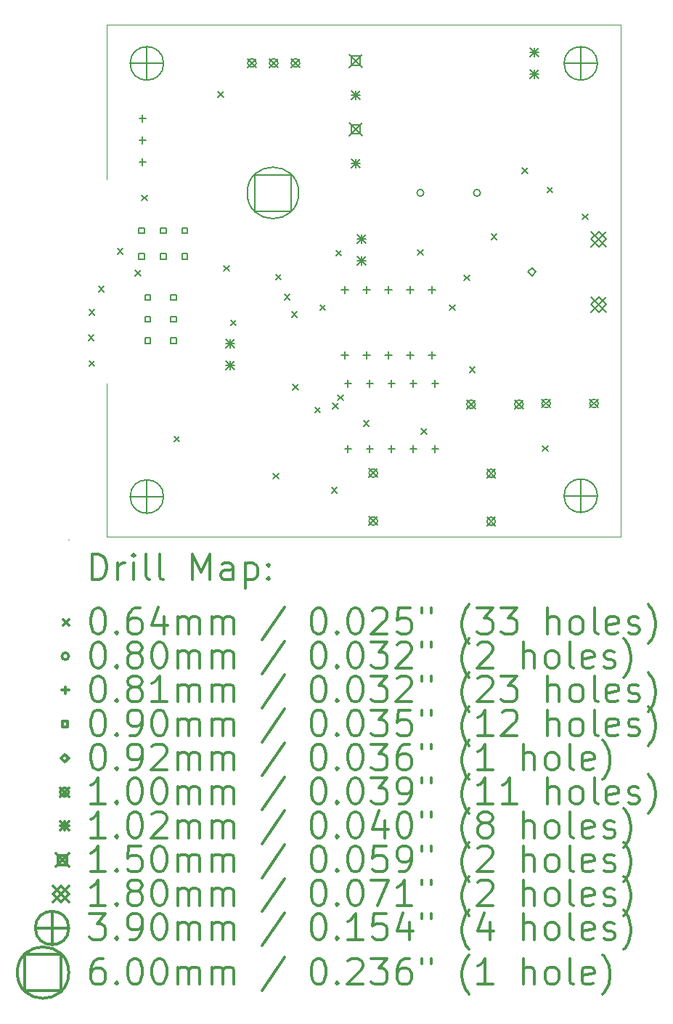
<source format=gbr>
%FSLAX45Y45*%
G04 Gerber Fmt 4.5, Leading zero omitted, Abs format (unit mm)*
G04 Created by KiCad (PCBNEW (2014-10-27 BZR 5228)-product) date 22/05/2015 08:20:33*
%MOMM*%
G01*
G04 APERTURE LIST*
%ADD10C,0.127000*%
%ADD11C,0.100000*%
%ADD12C,0.200000*%
%ADD13C,0.300000*%
G04 APERTURE END LIST*
D10*
D11*
X19440000Y-9470000D02*
X13440000Y-9470000D01*
X19440000Y-3500000D02*
X19440000Y-9470000D01*
X13440000Y-3500000D02*
X19440000Y-3500000D01*
X13440000Y-5300000D02*
X13440000Y-3500000D01*
X12997434Y-9500616D02*
X12994386Y-9500616D01*
X13440000Y-7680000D02*
X13440000Y-9470000D01*
D12*
X13228250Y-7118250D02*
X13291750Y-7181750D01*
X13291750Y-7118250D02*
X13228250Y-7181750D01*
X13238250Y-6818250D02*
X13301750Y-6881750D01*
X13301750Y-6818250D02*
X13238250Y-6881750D01*
X13238250Y-7418250D02*
X13301750Y-7481750D01*
X13301750Y-7418250D02*
X13238250Y-7481750D01*
X13348250Y-6548250D02*
X13411750Y-6611750D01*
X13411750Y-6548250D02*
X13348250Y-6611750D01*
X13568250Y-6108250D02*
X13631750Y-6171750D01*
X13631750Y-6108250D02*
X13568250Y-6171750D01*
X13773250Y-6363250D02*
X13836750Y-6426750D01*
X13836750Y-6363250D02*
X13773250Y-6426750D01*
X13848250Y-5488250D02*
X13911750Y-5551750D01*
X13911750Y-5488250D02*
X13848250Y-5551750D01*
X14228250Y-8298250D02*
X14291750Y-8361750D01*
X14291750Y-8298250D02*
X14228250Y-8361750D01*
X14738250Y-4278250D02*
X14801750Y-4341750D01*
X14801750Y-4278250D02*
X14738250Y-4341750D01*
X14808250Y-6308250D02*
X14871750Y-6371750D01*
X14871750Y-6308250D02*
X14808250Y-6371750D01*
X14888250Y-6943250D02*
X14951750Y-7006750D01*
X14951750Y-6943250D02*
X14888250Y-7006750D01*
X15383250Y-8728250D02*
X15446750Y-8791750D01*
X15446750Y-8728250D02*
X15383250Y-8791750D01*
X15413250Y-6408250D02*
X15476750Y-6471750D01*
X15476750Y-6408250D02*
X15413250Y-6471750D01*
X15513250Y-6643250D02*
X15576750Y-6706750D01*
X15576750Y-6643250D02*
X15513250Y-6706750D01*
X15598250Y-6843250D02*
X15661750Y-6906750D01*
X15661750Y-6843250D02*
X15598250Y-6906750D01*
X15613250Y-7693250D02*
X15676750Y-7756750D01*
X15676750Y-7693250D02*
X15613250Y-7756750D01*
X15868250Y-7958250D02*
X15931750Y-8021750D01*
X15931750Y-7958250D02*
X15868250Y-8021750D01*
X15928250Y-6763250D02*
X15991750Y-6826750D01*
X15991750Y-6763250D02*
X15928250Y-6826750D01*
X16063250Y-8893250D02*
X16126750Y-8956750D01*
X16126750Y-8893250D02*
X16063250Y-8956750D01*
X16078250Y-7913250D02*
X16141750Y-7976750D01*
X16141750Y-7913250D02*
X16078250Y-7976750D01*
X16113250Y-6128250D02*
X16176750Y-6191750D01*
X16176750Y-6128250D02*
X16113250Y-6191750D01*
X16138250Y-7813250D02*
X16201750Y-7876750D01*
X16201750Y-7813250D02*
X16138250Y-7876750D01*
X16438250Y-8113250D02*
X16501750Y-8176750D01*
X16501750Y-8113250D02*
X16438250Y-8176750D01*
X17068250Y-6123250D02*
X17131750Y-6186750D01*
X17131750Y-6123250D02*
X17068250Y-6186750D01*
X17108250Y-8208250D02*
X17171750Y-8271750D01*
X17171750Y-8208250D02*
X17108250Y-8271750D01*
X17438250Y-6763250D02*
X17501750Y-6826750D01*
X17501750Y-6763250D02*
X17438250Y-6826750D01*
X17608250Y-6418250D02*
X17671750Y-6481750D01*
X17671750Y-6418250D02*
X17608250Y-6481750D01*
X17673250Y-7488250D02*
X17736750Y-7551750D01*
X17736750Y-7488250D02*
X17673250Y-7551750D01*
X17928250Y-5938250D02*
X17991750Y-6001750D01*
X17991750Y-5938250D02*
X17928250Y-6001750D01*
X18288250Y-5168250D02*
X18351750Y-5231750D01*
X18351750Y-5168250D02*
X18288250Y-5231750D01*
X18523250Y-8408250D02*
X18586750Y-8471750D01*
X18586750Y-8408250D02*
X18523250Y-8471750D01*
X18578250Y-5393250D02*
X18641750Y-5456750D01*
X18641750Y-5393250D02*
X18578250Y-5456750D01*
X18988250Y-5708250D02*
X19051750Y-5771750D01*
X19051750Y-5708250D02*
X18988250Y-5771750D01*
X17140059Y-5460000D02*
G75*
G03X17140059Y-5460000I-40005J0D01*
G01*
X17799951Y-5460000D02*
G75*
G03X17799951Y-5460000I-40005J0D01*
G01*
X13860000Y-4551360D02*
X13860000Y-4632640D01*
X13819360Y-4592000D02*
X13900640Y-4592000D01*
X13860000Y-4805360D02*
X13860000Y-4886640D01*
X13819360Y-4846000D02*
X13900640Y-4846000D01*
X13860000Y-5059360D02*
X13860000Y-5140640D01*
X13819360Y-5100000D02*
X13900640Y-5100000D01*
X16217900Y-6550660D02*
X16217900Y-6631940D01*
X16177260Y-6591300D02*
X16258540Y-6591300D01*
X16217900Y-7312660D02*
X16217900Y-7393940D01*
X16177260Y-7353300D02*
X16258540Y-7353300D01*
X16256000Y-7642860D02*
X16256000Y-7724140D01*
X16215360Y-7683500D02*
X16296640Y-7683500D01*
X16256000Y-8404860D02*
X16256000Y-8486140D01*
X16215360Y-8445500D02*
X16296640Y-8445500D01*
X16471900Y-6550660D02*
X16471900Y-6631940D01*
X16431260Y-6591300D02*
X16512540Y-6591300D01*
X16471900Y-7312660D02*
X16471900Y-7393940D01*
X16431260Y-7353300D02*
X16512540Y-7353300D01*
X16510000Y-7642860D02*
X16510000Y-7724140D01*
X16469360Y-7683500D02*
X16550640Y-7683500D01*
X16510000Y-8404860D02*
X16510000Y-8486140D01*
X16469360Y-8445500D02*
X16550640Y-8445500D01*
X16725900Y-6550660D02*
X16725900Y-6631940D01*
X16685260Y-6591300D02*
X16766540Y-6591300D01*
X16725900Y-7312660D02*
X16725900Y-7393940D01*
X16685260Y-7353300D02*
X16766540Y-7353300D01*
X16764000Y-7642860D02*
X16764000Y-7724140D01*
X16723360Y-7683500D02*
X16804640Y-7683500D01*
X16764000Y-8404860D02*
X16764000Y-8486140D01*
X16723360Y-8445500D02*
X16804640Y-8445500D01*
X16979900Y-6550660D02*
X16979900Y-6631940D01*
X16939260Y-6591300D02*
X17020540Y-6591300D01*
X16979900Y-7312660D02*
X16979900Y-7393940D01*
X16939260Y-7353300D02*
X17020540Y-7353300D01*
X17018000Y-7642860D02*
X17018000Y-7724140D01*
X16977360Y-7683500D02*
X17058640Y-7683500D01*
X17018000Y-8404860D02*
X17018000Y-8486140D01*
X16977360Y-8445500D02*
X17058640Y-8445500D01*
X17233900Y-6550660D02*
X17233900Y-6631940D01*
X17193260Y-6591300D02*
X17274540Y-6591300D01*
X17233900Y-7312660D02*
X17233900Y-7393940D01*
X17193260Y-7353300D02*
X17274540Y-7353300D01*
X17272000Y-7642860D02*
X17272000Y-7724140D01*
X17231360Y-7683500D02*
X17312640Y-7683500D01*
X17272000Y-8404860D02*
X17272000Y-8486140D01*
X17231360Y-8445500D02*
X17312640Y-8445500D01*
X13881820Y-5931820D02*
X13881820Y-5868180D01*
X13818180Y-5868180D01*
X13818180Y-5931820D01*
X13881820Y-5931820D01*
X13881820Y-6231820D02*
X13881820Y-6168180D01*
X13818180Y-6168180D01*
X13818180Y-6231820D01*
X13881820Y-6231820D01*
X13951820Y-6711820D02*
X13951820Y-6648180D01*
X13888180Y-6648180D01*
X13888180Y-6711820D01*
X13951820Y-6711820D01*
X13951820Y-6961820D02*
X13951820Y-6898180D01*
X13888180Y-6898180D01*
X13888180Y-6961820D01*
X13951820Y-6961820D01*
X13951820Y-7211820D02*
X13951820Y-7148180D01*
X13888180Y-7148180D01*
X13888180Y-7211820D01*
X13951820Y-7211820D01*
X14131820Y-5931820D02*
X14131820Y-5868180D01*
X14068180Y-5868180D01*
X14068180Y-5931820D01*
X14131820Y-5931820D01*
X14131820Y-6231820D02*
X14131820Y-6168180D01*
X14068180Y-6168180D01*
X14068180Y-6231820D01*
X14131820Y-6231820D01*
X14251820Y-6711820D02*
X14251820Y-6648180D01*
X14188180Y-6648180D01*
X14188180Y-6711820D01*
X14251820Y-6711820D01*
X14251820Y-6961820D02*
X14251820Y-6898180D01*
X14188180Y-6898180D01*
X14188180Y-6961820D01*
X14251820Y-6961820D01*
X14251820Y-7211820D02*
X14251820Y-7148180D01*
X14188180Y-7148180D01*
X14188180Y-7211820D01*
X14251820Y-7211820D01*
X14381820Y-5931820D02*
X14381820Y-5868180D01*
X14318180Y-5868180D01*
X14318180Y-5931820D01*
X14381820Y-5931820D01*
X14381820Y-6231820D02*
X14381820Y-6168180D01*
X14318180Y-6168180D01*
X14318180Y-6231820D01*
X14381820Y-6231820D01*
X18400000Y-6426000D02*
X18446000Y-6380000D01*
X18400000Y-6334000D01*
X18354000Y-6380000D01*
X18400000Y-6426000D01*
X15085314Y-3895090D02*
X15185390Y-3995166D01*
X15185390Y-3895090D02*
X15085314Y-3995166D01*
X15185390Y-3945128D02*
G75*
G03X15185390Y-3945128I-50038J0D01*
G01*
X15339314Y-3895090D02*
X15439390Y-3995166D01*
X15439390Y-3895090D02*
X15339314Y-3995166D01*
X15439390Y-3945128D02*
G75*
G03X15439390Y-3945128I-50038J0D01*
G01*
X15593314Y-3895090D02*
X15693390Y-3995166D01*
X15693390Y-3895090D02*
X15593314Y-3995166D01*
X15693390Y-3945128D02*
G75*
G03X15693390Y-3945128I-50038J0D01*
G01*
X16499562Y-8675762D02*
X16599638Y-8775838D01*
X16599638Y-8675762D02*
X16499562Y-8775838D01*
X16599638Y-8725800D02*
G75*
G03X16599638Y-8725800I-50038J0D01*
G01*
X16499562Y-9234562D02*
X16599638Y-9334638D01*
X16599638Y-9234562D02*
X16499562Y-9334638D01*
X16599638Y-9284600D02*
G75*
G03X16599638Y-9284600I-50038J0D01*
G01*
X17640362Y-7874562D02*
X17740438Y-7974638D01*
X17740438Y-7874562D02*
X17640362Y-7974638D01*
X17740438Y-7924600D02*
G75*
G03X17740438Y-7924600I-50038J0D01*
G01*
X17875362Y-8680362D02*
X17975438Y-8780438D01*
X17975438Y-8680362D02*
X17875362Y-8780438D01*
X17975438Y-8730400D02*
G75*
G03X17975438Y-8730400I-50038J0D01*
G01*
X17875362Y-9239162D02*
X17975438Y-9339238D01*
X17975438Y-9239162D02*
X17875362Y-9339238D01*
X17975438Y-9289200D02*
G75*
G03X17975438Y-9289200I-50038J0D01*
G01*
X18199162Y-7874562D02*
X18299238Y-7974638D01*
X18299238Y-7874562D02*
X18199162Y-7974638D01*
X18299238Y-7924600D02*
G75*
G03X18299238Y-7924600I-50038J0D01*
G01*
X18515362Y-7864562D02*
X18615438Y-7964638D01*
X18615438Y-7864562D02*
X18515362Y-7964638D01*
X18615438Y-7914600D02*
G75*
G03X18615438Y-7914600I-50038J0D01*
G01*
X19074162Y-7864562D02*
X19174238Y-7964638D01*
X19174238Y-7864562D02*
X19074162Y-7964638D01*
X19174238Y-7914600D02*
G75*
G03X19174238Y-7914600I-50038J0D01*
G01*
X14829200Y-7165200D02*
X14930800Y-7266800D01*
X14930800Y-7165200D02*
X14829200Y-7266800D01*
X14880000Y-7165200D02*
X14880000Y-7266800D01*
X14829200Y-7216000D02*
X14930800Y-7216000D01*
X14829200Y-7419200D02*
X14930800Y-7520800D01*
X14930800Y-7419200D02*
X14829200Y-7520800D01*
X14880000Y-7419200D02*
X14880000Y-7520800D01*
X14829200Y-7470000D02*
X14930800Y-7470000D01*
X16295370Y-4269130D02*
X16396970Y-4370730D01*
X16396970Y-4269130D02*
X16295370Y-4370730D01*
X16346170Y-4269130D02*
X16346170Y-4370730D01*
X16295370Y-4319930D02*
X16396970Y-4319930D01*
X16295370Y-5069130D02*
X16396970Y-5170730D01*
X16396970Y-5069130D02*
X16295370Y-5170730D01*
X16346170Y-5069130D02*
X16346170Y-5170730D01*
X16295370Y-5119930D02*
X16396970Y-5119930D01*
X16364200Y-5949200D02*
X16465800Y-6050800D01*
X16465800Y-5949200D02*
X16364200Y-6050800D01*
X16415000Y-5949200D02*
X16415000Y-6050800D01*
X16364200Y-6000000D02*
X16465800Y-6000000D01*
X16364200Y-6203200D02*
X16465800Y-6304800D01*
X16465800Y-6203200D02*
X16364200Y-6304800D01*
X16415000Y-6203200D02*
X16415000Y-6304800D01*
X16364200Y-6254000D02*
X16465800Y-6254000D01*
X18379200Y-3769200D02*
X18480800Y-3870800D01*
X18480800Y-3769200D02*
X18379200Y-3870800D01*
X18430000Y-3769200D02*
X18430000Y-3870800D01*
X18379200Y-3820000D02*
X18480800Y-3820000D01*
X18379200Y-4023200D02*
X18480800Y-4124800D01*
X18480800Y-4023200D02*
X18379200Y-4124800D01*
X18430000Y-4023200D02*
X18430000Y-4124800D01*
X18379200Y-4074000D02*
X18480800Y-4074000D01*
X16271170Y-3844930D02*
X16421170Y-3994930D01*
X16421170Y-3844930D02*
X16271170Y-3994930D01*
X16399203Y-3972963D02*
X16399203Y-3866896D01*
X16293136Y-3866896D01*
X16293136Y-3972963D01*
X16399203Y-3972963D01*
X16271170Y-4644930D02*
X16421170Y-4794930D01*
X16421170Y-4644930D02*
X16271170Y-4794930D01*
X16399203Y-4772964D02*
X16399203Y-4666897D01*
X16293136Y-4666897D01*
X16293136Y-4772964D01*
X16399203Y-4772964D01*
X19090000Y-5910000D02*
X19270000Y-6090000D01*
X19270000Y-5910000D02*
X19090000Y-6090000D01*
X19180000Y-6090000D02*
X19270000Y-6000000D01*
X19180000Y-5910000D01*
X19090000Y-6000000D01*
X19180000Y-6090000D01*
X19090000Y-6670000D02*
X19270000Y-6850000D01*
X19270000Y-6670000D02*
X19090000Y-6850000D01*
X19180000Y-6850000D02*
X19270000Y-6760000D01*
X19180000Y-6670000D01*
X19090000Y-6760000D01*
X19180000Y-6850000D01*
X13910000Y-3755000D02*
X13910000Y-4145000D01*
X13715000Y-3950000D02*
X14105000Y-3950000D01*
X14105000Y-3950000D02*
G75*
G03X14105000Y-3950000I-195000J0D01*
G01*
X13910000Y-8805000D02*
X13910000Y-9195000D01*
X13715000Y-9000000D02*
X14105000Y-9000000D01*
X14105000Y-9000000D02*
G75*
G03X14105000Y-9000000I-195000J0D01*
G01*
X18970000Y-3755000D02*
X18970000Y-4145000D01*
X18775000Y-3950000D02*
X19165000Y-3950000D01*
X19165000Y-3950000D02*
G75*
G03X19165000Y-3950000I-195000J0D01*
G01*
X18970000Y-8795000D02*
X18970000Y-9185000D01*
X18775000Y-8990000D02*
X19165000Y-8990000D01*
X19165000Y-8990000D02*
G75*
G03X19165000Y-8990000I-195000J0D01*
G01*
X15592116Y-5672116D02*
X15592116Y-5247884D01*
X15167884Y-5247884D01*
X15167884Y-5672116D01*
X15592116Y-5672116D01*
X15679974Y-5460000D02*
G75*
G03X15679974Y-5460000I-299974J0D01*
G01*
D13*
X13270387Y-9971330D02*
X13270387Y-9671330D01*
X13341815Y-9671330D01*
X13384672Y-9685616D01*
X13413244Y-9714188D01*
X13427529Y-9742759D01*
X13441815Y-9799902D01*
X13441815Y-9842759D01*
X13427529Y-9899902D01*
X13413244Y-9928473D01*
X13384672Y-9957045D01*
X13341815Y-9971330D01*
X13270387Y-9971330D01*
X13570387Y-9971330D02*
X13570387Y-9771330D01*
X13570387Y-9828473D02*
X13584672Y-9799902D01*
X13598958Y-9785616D01*
X13627529Y-9771330D01*
X13656101Y-9771330D01*
X13756101Y-9971330D02*
X13756101Y-9771330D01*
X13756101Y-9671330D02*
X13741815Y-9685616D01*
X13756101Y-9699902D01*
X13770387Y-9685616D01*
X13756101Y-9671330D01*
X13756101Y-9699902D01*
X13941815Y-9971330D02*
X13913244Y-9957045D01*
X13898958Y-9928473D01*
X13898958Y-9671330D01*
X14098958Y-9971330D02*
X14070387Y-9957045D01*
X14056101Y-9928473D01*
X14056101Y-9671330D01*
X14441815Y-9971330D02*
X14441815Y-9671330D01*
X14541815Y-9885616D01*
X14641815Y-9671330D01*
X14641815Y-9971330D01*
X14913244Y-9971330D02*
X14913244Y-9814188D01*
X14898958Y-9785616D01*
X14870387Y-9771330D01*
X14813244Y-9771330D01*
X14784672Y-9785616D01*
X14913244Y-9957045D02*
X14884672Y-9971330D01*
X14813244Y-9971330D01*
X14784672Y-9957045D01*
X14770387Y-9928473D01*
X14770387Y-9899902D01*
X14784672Y-9871330D01*
X14813244Y-9857045D01*
X14884672Y-9857045D01*
X14913244Y-9842759D01*
X15056101Y-9771330D02*
X15056101Y-10071330D01*
X15056101Y-9785616D02*
X15084672Y-9771330D01*
X15141815Y-9771330D01*
X15170387Y-9785616D01*
X15184672Y-9799902D01*
X15198958Y-9828473D01*
X15198958Y-9914188D01*
X15184672Y-9942759D01*
X15170387Y-9957045D01*
X15141815Y-9971330D01*
X15084672Y-9971330D01*
X15056101Y-9957045D01*
X15327529Y-9942759D02*
X15341815Y-9957045D01*
X15327529Y-9971330D01*
X15313244Y-9957045D01*
X15327529Y-9942759D01*
X15327529Y-9971330D01*
X15327529Y-9785616D02*
X15341815Y-9799902D01*
X15327529Y-9814188D01*
X15313244Y-9799902D01*
X15327529Y-9785616D01*
X15327529Y-9814188D01*
X12935458Y-10433866D02*
X12998958Y-10497366D01*
X12998958Y-10433866D02*
X12935458Y-10497366D01*
X13327529Y-10301330D02*
X13356101Y-10301330D01*
X13384672Y-10315616D01*
X13398958Y-10329902D01*
X13413244Y-10358473D01*
X13427529Y-10415616D01*
X13427529Y-10487045D01*
X13413244Y-10544188D01*
X13398958Y-10572759D01*
X13384672Y-10587045D01*
X13356101Y-10601330D01*
X13327529Y-10601330D01*
X13298958Y-10587045D01*
X13284672Y-10572759D01*
X13270387Y-10544188D01*
X13256101Y-10487045D01*
X13256101Y-10415616D01*
X13270387Y-10358473D01*
X13284672Y-10329902D01*
X13298958Y-10315616D01*
X13327529Y-10301330D01*
X13556101Y-10572759D02*
X13570387Y-10587045D01*
X13556101Y-10601330D01*
X13541815Y-10587045D01*
X13556101Y-10572759D01*
X13556101Y-10601330D01*
X13827529Y-10301330D02*
X13770386Y-10301330D01*
X13741815Y-10315616D01*
X13727529Y-10329902D01*
X13698958Y-10372759D01*
X13684672Y-10429902D01*
X13684672Y-10544188D01*
X13698958Y-10572759D01*
X13713244Y-10587045D01*
X13741815Y-10601330D01*
X13798958Y-10601330D01*
X13827529Y-10587045D01*
X13841815Y-10572759D01*
X13856101Y-10544188D01*
X13856101Y-10472759D01*
X13841815Y-10444188D01*
X13827529Y-10429902D01*
X13798958Y-10415616D01*
X13741815Y-10415616D01*
X13713244Y-10429902D01*
X13698958Y-10444188D01*
X13684672Y-10472759D01*
X14113244Y-10401330D02*
X14113244Y-10601330D01*
X14041815Y-10287045D02*
X13970387Y-10501330D01*
X14156101Y-10501330D01*
X14270387Y-10601330D02*
X14270387Y-10401330D01*
X14270387Y-10429902D02*
X14284672Y-10415616D01*
X14313244Y-10401330D01*
X14356101Y-10401330D01*
X14384672Y-10415616D01*
X14398958Y-10444188D01*
X14398958Y-10601330D01*
X14398958Y-10444188D02*
X14413244Y-10415616D01*
X14441815Y-10401330D01*
X14484672Y-10401330D01*
X14513244Y-10415616D01*
X14527529Y-10444188D01*
X14527529Y-10601330D01*
X14670387Y-10601330D02*
X14670387Y-10401330D01*
X14670387Y-10429902D02*
X14684672Y-10415616D01*
X14713244Y-10401330D01*
X14756101Y-10401330D01*
X14784672Y-10415616D01*
X14798958Y-10444188D01*
X14798958Y-10601330D01*
X14798958Y-10444188D02*
X14813244Y-10415616D01*
X14841815Y-10401330D01*
X14884672Y-10401330D01*
X14913244Y-10415616D01*
X14927529Y-10444188D01*
X14927529Y-10601330D01*
X15513244Y-10287045D02*
X15256101Y-10672759D01*
X15898958Y-10301330D02*
X15927529Y-10301330D01*
X15956101Y-10315616D01*
X15970386Y-10329902D01*
X15984672Y-10358473D01*
X15998958Y-10415616D01*
X15998958Y-10487045D01*
X15984672Y-10544188D01*
X15970386Y-10572759D01*
X15956101Y-10587045D01*
X15927529Y-10601330D01*
X15898958Y-10601330D01*
X15870386Y-10587045D01*
X15856101Y-10572759D01*
X15841815Y-10544188D01*
X15827529Y-10487045D01*
X15827529Y-10415616D01*
X15841815Y-10358473D01*
X15856101Y-10329902D01*
X15870386Y-10315616D01*
X15898958Y-10301330D01*
X16127529Y-10572759D02*
X16141815Y-10587045D01*
X16127529Y-10601330D01*
X16113244Y-10587045D01*
X16127529Y-10572759D01*
X16127529Y-10601330D01*
X16327529Y-10301330D02*
X16356101Y-10301330D01*
X16384672Y-10315616D01*
X16398958Y-10329902D01*
X16413244Y-10358473D01*
X16427529Y-10415616D01*
X16427529Y-10487045D01*
X16413244Y-10544188D01*
X16398958Y-10572759D01*
X16384672Y-10587045D01*
X16356101Y-10601330D01*
X16327529Y-10601330D01*
X16298958Y-10587045D01*
X16284672Y-10572759D01*
X16270386Y-10544188D01*
X16256101Y-10487045D01*
X16256101Y-10415616D01*
X16270386Y-10358473D01*
X16284672Y-10329902D01*
X16298958Y-10315616D01*
X16327529Y-10301330D01*
X16541815Y-10329902D02*
X16556101Y-10315616D01*
X16584672Y-10301330D01*
X16656101Y-10301330D01*
X16684672Y-10315616D01*
X16698958Y-10329902D01*
X16713244Y-10358473D01*
X16713244Y-10387045D01*
X16698958Y-10429902D01*
X16527529Y-10601330D01*
X16713244Y-10601330D01*
X16984672Y-10301330D02*
X16841815Y-10301330D01*
X16827529Y-10444188D01*
X16841815Y-10429902D01*
X16870387Y-10415616D01*
X16941815Y-10415616D01*
X16970387Y-10429902D01*
X16984672Y-10444188D01*
X16998958Y-10472759D01*
X16998958Y-10544188D01*
X16984672Y-10572759D01*
X16970387Y-10587045D01*
X16941815Y-10601330D01*
X16870387Y-10601330D01*
X16841815Y-10587045D01*
X16827529Y-10572759D01*
X17113244Y-10301330D02*
X17113244Y-10358473D01*
X17227529Y-10301330D02*
X17227529Y-10358473D01*
X17670387Y-10715616D02*
X17656101Y-10701330D01*
X17627529Y-10658473D01*
X17613244Y-10629902D01*
X17598958Y-10587045D01*
X17584672Y-10515616D01*
X17584672Y-10458473D01*
X17598958Y-10387045D01*
X17613244Y-10344188D01*
X17627529Y-10315616D01*
X17656101Y-10272759D01*
X17670387Y-10258473D01*
X17756101Y-10301330D02*
X17941815Y-10301330D01*
X17841815Y-10415616D01*
X17884672Y-10415616D01*
X17913244Y-10429902D01*
X17927529Y-10444188D01*
X17941815Y-10472759D01*
X17941815Y-10544188D01*
X17927529Y-10572759D01*
X17913244Y-10587045D01*
X17884672Y-10601330D01*
X17798958Y-10601330D01*
X17770387Y-10587045D01*
X17756101Y-10572759D01*
X18041815Y-10301330D02*
X18227529Y-10301330D01*
X18127529Y-10415616D01*
X18170387Y-10415616D01*
X18198958Y-10429902D01*
X18213244Y-10444188D01*
X18227529Y-10472759D01*
X18227529Y-10544188D01*
X18213244Y-10572759D01*
X18198958Y-10587045D01*
X18170387Y-10601330D01*
X18084672Y-10601330D01*
X18056101Y-10587045D01*
X18041815Y-10572759D01*
X18584672Y-10601330D02*
X18584672Y-10301330D01*
X18713244Y-10601330D02*
X18713244Y-10444188D01*
X18698958Y-10415616D01*
X18670387Y-10401330D01*
X18627529Y-10401330D01*
X18598958Y-10415616D01*
X18584672Y-10429902D01*
X18898958Y-10601330D02*
X18870387Y-10587045D01*
X18856101Y-10572759D01*
X18841815Y-10544188D01*
X18841815Y-10458473D01*
X18856101Y-10429902D01*
X18870387Y-10415616D01*
X18898958Y-10401330D01*
X18941815Y-10401330D01*
X18970387Y-10415616D01*
X18984672Y-10429902D01*
X18998958Y-10458473D01*
X18998958Y-10544188D01*
X18984672Y-10572759D01*
X18970387Y-10587045D01*
X18941815Y-10601330D01*
X18898958Y-10601330D01*
X19170387Y-10601330D02*
X19141815Y-10587045D01*
X19127529Y-10558473D01*
X19127529Y-10301330D01*
X19398958Y-10587045D02*
X19370387Y-10601330D01*
X19313244Y-10601330D01*
X19284672Y-10587045D01*
X19270387Y-10558473D01*
X19270387Y-10444188D01*
X19284672Y-10415616D01*
X19313244Y-10401330D01*
X19370387Y-10401330D01*
X19398958Y-10415616D01*
X19413244Y-10444188D01*
X19413244Y-10472759D01*
X19270387Y-10501330D01*
X19527530Y-10587045D02*
X19556101Y-10601330D01*
X19613244Y-10601330D01*
X19641815Y-10587045D01*
X19656101Y-10558473D01*
X19656101Y-10544188D01*
X19641815Y-10515616D01*
X19613244Y-10501330D01*
X19570387Y-10501330D01*
X19541815Y-10487045D01*
X19527530Y-10458473D01*
X19527530Y-10444188D01*
X19541815Y-10415616D01*
X19570387Y-10401330D01*
X19613244Y-10401330D01*
X19641815Y-10415616D01*
X19756101Y-10715616D02*
X19770387Y-10701330D01*
X19798958Y-10658473D01*
X19813244Y-10629902D01*
X19827529Y-10587045D01*
X19841815Y-10515616D01*
X19841815Y-10458473D01*
X19827529Y-10387045D01*
X19813244Y-10344188D01*
X19798958Y-10315616D01*
X19770387Y-10272759D01*
X19756101Y-10258473D01*
X12998958Y-10861616D02*
G75*
G03X12998958Y-10861616I-40005J0D01*
G01*
X13327529Y-10697330D02*
X13356101Y-10697330D01*
X13384672Y-10711616D01*
X13398958Y-10725902D01*
X13413244Y-10754473D01*
X13427529Y-10811616D01*
X13427529Y-10883045D01*
X13413244Y-10940188D01*
X13398958Y-10968759D01*
X13384672Y-10983045D01*
X13356101Y-10997330D01*
X13327529Y-10997330D01*
X13298958Y-10983045D01*
X13284672Y-10968759D01*
X13270387Y-10940188D01*
X13256101Y-10883045D01*
X13256101Y-10811616D01*
X13270387Y-10754473D01*
X13284672Y-10725902D01*
X13298958Y-10711616D01*
X13327529Y-10697330D01*
X13556101Y-10968759D02*
X13570387Y-10983045D01*
X13556101Y-10997330D01*
X13541815Y-10983045D01*
X13556101Y-10968759D01*
X13556101Y-10997330D01*
X13741815Y-10825902D02*
X13713244Y-10811616D01*
X13698958Y-10797330D01*
X13684672Y-10768759D01*
X13684672Y-10754473D01*
X13698958Y-10725902D01*
X13713244Y-10711616D01*
X13741815Y-10697330D01*
X13798958Y-10697330D01*
X13827529Y-10711616D01*
X13841815Y-10725902D01*
X13856101Y-10754473D01*
X13856101Y-10768759D01*
X13841815Y-10797330D01*
X13827529Y-10811616D01*
X13798958Y-10825902D01*
X13741815Y-10825902D01*
X13713244Y-10840188D01*
X13698958Y-10854473D01*
X13684672Y-10883045D01*
X13684672Y-10940188D01*
X13698958Y-10968759D01*
X13713244Y-10983045D01*
X13741815Y-10997330D01*
X13798958Y-10997330D01*
X13827529Y-10983045D01*
X13841815Y-10968759D01*
X13856101Y-10940188D01*
X13856101Y-10883045D01*
X13841815Y-10854473D01*
X13827529Y-10840188D01*
X13798958Y-10825902D01*
X14041815Y-10697330D02*
X14070387Y-10697330D01*
X14098958Y-10711616D01*
X14113244Y-10725902D01*
X14127529Y-10754473D01*
X14141815Y-10811616D01*
X14141815Y-10883045D01*
X14127529Y-10940188D01*
X14113244Y-10968759D01*
X14098958Y-10983045D01*
X14070387Y-10997330D01*
X14041815Y-10997330D01*
X14013244Y-10983045D01*
X13998958Y-10968759D01*
X13984672Y-10940188D01*
X13970387Y-10883045D01*
X13970387Y-10811616D01*
X13984672Y-10754473D01*
X13998958Y-10725902D01*
X14013244Y-10711616D01*
X14041815Y-10697330D01*
X14270387Y-10997330D02*
X14270387Y-10797330D01*
X14270387Y-10825902D02*
X14284672Y-10811616D01*
X14313244Y-10797330D01*
X14356101Y-10797330D01*
X14384672Y-10811616D01*
X14398958Y-10840188D01*
X14398958Y-10997330D01*
X14398958Y-10840188D02*
X14413244Y-10811616D01*
X14441815Y-10797330D01*
X14484672Y-10797330D01*
X14513244Y-10811616D01*
X14527529Y-10840188D01*
X14527529Y-10997330D01*
X14670387Y-10997330D02*
X14670387Y-10797330D01*
X14670387Y-10825902D02*
X14684672Y-10811616D01*
X14713244Y-10797330D01*
X14756101Y-10797330D01*
X14784672Y-10811616D01*
X14798958Y-10840188D01*
X14798958Y-10997330D01*
X14798958Y-10840188D02*
X14813244Y-10811616D01*
X14841815Y-10797330D01*
X14884672Y-10797330D01*
X14913244Y-10811616D01*
X14927529Y-10840188D01*
X14927529Y-10997330D01*
X15513244Y-10683045D02*
X15256101Y-11068759D01*
X15898958Y-10697330D02*
X15927529Y-10697330D01*
X15956101Y-10711616D01*
X15970386Y-10725902D01*
X15984672Y-10754473D01*
X15998958Y-10811616D01*
X15998958Y-10883045D01*
X15984672Y-10940188D01*
X15970386Y-10968759D01*
X15956101Y-10983045D01*
X15927529Y-10997330D01*
X15898958Y-10997330D01*
X15870386Y-10983045D01*
X15856101Y-10968759D01*
X15841815Y-10940188D01*
X15827529Y-10883045D01*
X15827529Y-10811616D01*
X15841815Y-10754473D01*
X15856101Y-10725902D01*
X15870386Y-10711616D01*
X15898958Y-10697330D01*
X16127529Y-10968759D02*
X16141815Y-10983045D01*
X16127529Y-10997330D01*
X16113244Y-10983045D01*
X16127529Y-10968759D01*
X16127529Y-10997330D01*
X16327529Y-10697330D02*
X16356101Y-10697330D01*
X16384672Y-10711616D01*
X16398958Y-10725902D01*
X16413244Y-10754473D01*
X16427529Y-10811616D01*
X16427529Y-10883045D01*
X16413244Y-10940188D01*
X16398958Y-10968759D01*
X16384672Y-10983045D01*
X16356101Y-10997330D01*
X16327529Y-10997330D01*
X16298958Y-10983045D01*
X16284672Y-10968759D01*
X16270386Y-10940188D01*
X16256101Y-10883045D01*
X16256101Y-10811616D01*
X16270386Y-10754473D01*
X16284672Y-10725902D01*
X16298958Y-10711616D01*
X16327529Y-10697330D01*
X16527529Y-10697330D02*
X16713244Y-10697330D01*
X16613244Y-10811616D01*
X16656101Y-10811616D01*
X16684672Y-10825902D01*
X16698958Y-10840188D01*
X16713244Y-10868759D01*
X16713244Y-10940188D01*
X16698958Y-10968759D01*
X16684672Y-10983045D01*
X16656101Y-10997330D01*
X16570386Y-10997330D01*
X16541815Y-10983045D01*
X16527529Y-10968759D01*
X16827529Y-10725902D02*
X16841815Y-10711616D01*
X16870387Y-10697330D01*
X16941815Y-10697330D01*
X16970387Y-10711616D01*
X16984672Y-10725902D01*
X16998958Y-10754473D01*
X16998958Y-10783045D01*
X16984672Y-10825902D01*
X16813244Y-10997330D01*
X16998958Y-10997330D01*
X17113244Y-10697330D02*
X17113244Y-10754473D01*
X17227529Y-10697330D02*
X17227529Y-10754473D01*
X17670387Y-11111616D02*
X17656101Y-11097330D01*
X17627529Y-11054473D01*
X17613244Y-11025902D01*
X17598958Y-10983045D01*
X17584672Y-10911616D01*
X17584672Y-10854473D01*
X17598958Y-10783045D01*
X17613244Y-10740188D01*
X17627529Y-10711616D01*
X17656101Y-10668759D01*
X17670387Y-10654473D01*
X17770387Y-10725902D02*
X17784672Y-10711616D01*
X17813244Y-10697330D01*
X17884672Y-10697330D01*
X17913244Y-10711616D01*
X17927529Y-10725902D01*
X17941815Y-10754473D01*
X17941815Y-10783045D01*
X17927529Y-10825902D01*
X17756101Y-10997330D01*
X17941815Y-10997330D01*
X18298958Y-10997330D02*
X18298958Y-10697330D01*
X18427529Y-10997330D02*
X18427529Y-10840188D01*
X18413244Y-10811616D01*
X18384672Y-10797330D01*
X18341815Y-10797330D01*
X18313244Y-10811616D01*
X18298958Y-10825902D01*
X18613244Y-10997330D02*
X18584672Y-10983045D01*
X18570387Y-10968759D01*
X18556101Y-10940188D01*
X18556101Y-10854473D01*
X18570387Y-10825902D01*
X18584672Y-10811616D01*
X18613244Y-10797330D01*
X18656101Y-10797330D01*
X18684672Y-10811616D01*
X18698958Y-10825902D01*
X18713244Y-10854473D01*
X18713244Y-10940188D01*
X18698958Y-10968759D01*
X18684672Y-10983045D01*
X18656101Y-10997330D01*
X18613244Y-10997330D01*
X18884672Y-10997330D02*
X18856101Y-10983045D01*
X18841815Y-10954473D01*
X18841815Y-10697330D01*
X19113244Y-10983045D02*
X19084672Y-10997330D01*
X19027529Y-10997330D01*
X18998958Y-10983045D01*
X18984672Y-10954473D01*
X18984672Y-10840188D01*
X18998958Y-10811616D01*
X19027529Y-10797330D01*
X19084672Y-10797330D01*
X19113244Y-10811616D01*
X19127529Y-10840188D01*
X19127529Y-10868759D01*
X18984672Y-10897330D01*
X19241815Y-10983045D02*
X19270387Y-10997330D01*
X19327529Y-10997330D01*
X19356101Y-10983045D01*
X19370387Y-10954473D01*
X19370387Y-10940188D01*
X19356101Y-10911616D01*
X19327529Y-10897330D01*
X19284672Y-10897330D01*
X19256101Y-10883045D01*
X19241815Y-10854473D01*
X19241815Y-10840188D01*
X19256101Y-10811616D01*
X19284672Y-10797330D01*
X19327529Y-10797330D01*
X19356101Y-10811616D01*
X19470387Y-11111616D02*
X19484672Y-11097330D01*
X19513244Y-11054473D01*
X19527529Y-11025902D01*
X19541815Y-10983045D01*
X19556101Y-10911616D01*
X19556101Y-10854473D01*
X19541815Y-10783045D01*
X19527529Y-10740188D01*
X19513244Y-10711616D01*
X19484672Y-10668759D01*
X19470387Y-10654473D01*
X12958318Y-11216976D02*
X12958318Y-11298256D01*
X12917678Y-11257616D02*
X12998958Y-11257616D01*
X13327529Y-11093330D02*
X13356101Y-11093330D01*
X13384672Y-11107616D01*
X13398958Y-11121902D01*
X13413244Y-11150473D01*
X13427529Y-11207616D01*
X13427529Y-11279045D01*
X13413244Y-11336187D01*
X13398958Y-11364759D01*
X13384672Y-11379045D01*
X13356101Y-11393330D01*
X13327529Y-11393330D01*
X13298958Y-11379045D01*
X13284672Y-11364759D01*
X13270387Y-11336187D01*
X13256101Y-11279045D01*
X13256101Y-11207616D01*
X13270387Y-11150473D01*
X13284672Y-11121902D01*
X13298958Y-11107616D01*
X13327529Y-11093330D01*
X13556101Y-11364759D02*
X13570387Y-11379045D01*
X13556101Y-11393330D01*
X13541815Y-11379045D01*
X13556101Y-11364759D01*
X13556101Y-11393330D01*
X13741815Y-11221902D02*
X13713244Y-11207616D01*
X13698958Y-11193330D01*
X13684672Y-11164759D01*
X13684672Y-11150473D01*
X13698958Y-11121902D01*
X13713244Y-11107616D01*
X13741815Y-11093330D01*
X13798958Y-11093330D01*
X13827529Y-11107616D01*
X13841815Y-11121902D01*
X13856101Y-11150473D01*
X13856101Y-11164759D01*
X13841815Y-11193330D01*
X13827529Y-11207616D01*
X13798958Y-11221902D01*
X13741815Y-11221902D01*
X13713244Y-11236187D01*
X13698958Y-11250473D01*
X13684672Y-11279045D01*
X13684672Y-11336187D01*
X13698958Y-11364759D01*
X13713244Y-11379045D01*
X13741815Y-11393330D01*
X13798958Y-11393330D01*
X13827529Y-11379045D01*
X13841815Y-11364759D01*
X13856101Y-11336187D01*
X13856101Y-11279045D01*
X13841815Y-11250473D01*
X13827529Y-11236187D01*
X13798958Y-11221902D01*
X14141815Y-11393330D02*
X13970387Y-11393330D01*
X14056101Y-11393330D02*
X14056101Y-11093330D01*
X14027529Y-11136188D01*
X13998958Y-11164759D01*
X13970387Y-11179045D01*
X14270387Y-11393330D02*
X14270387Y-11193330D01*
X14270387Y-11221902D02*
X14284672Y-11207616D01*
X14313244Y-11193330D01*
X14356101Y-11193330D01*
X14384672Y-11207616D01*
X14398958Y-11236187D01*
X14398958Y-11393330D01*
X14398958Y-11236187D02*
X14413244Y-11207616D01*
X14441815Y-11193330D01*
X14484672Y-11193330D01*
X14513244Y-11207616D01*
X14527529Y-11236187D01*
X14527529Y-11393330D01*
X14670387Y-11393330D02*
X14670387Y-11193330D01*
X14670387Y-11221902D02*
X14684672Y-11207616D01*
X14713244Y-11193330D01*
X14756101Y-11193330D01*
X14784672Y-11207616D01*
X14798958Y-11236187D01*
X14798958Y-11393330D01*
X14798958Y-11236187D02*
X14813244Y-11207616D01*
X14841815Y-11193330D01*
X14884672Y-11193330D01*
X14913244Y-11207616D01*
X14927529Y-11236187D01*
X14927529Y-11393330D01*
X15513244Y-11079045D02*
X15256101Y-11464759D01*
X15898958Y-11093330D02*
X15927529Y-11093330D01*
X15956101Y-11107616D01*
X15970386Y-11121902D01*
X15984672Y-11150473D01*
X15998958Y-11207616D01*
X15998958Y-11279045D01*
X15984672Y-11336187D01*
X15970386Y-11364759D01*
X15956101Y-11379045D01*
X15927529Y-11393330D01*
X15898958Y-11393330D01*
X15870386Y-11379045D01*
X15856101Y-11364759D01*
X15841815Y-11336187D01*
X15827529Y-11279045D01*
X15827529Y-11207616D01*
X15841815Y-11150473D01*
X15856101Y-11121902D01*
X15870386Y-11107616D01*
X15898958Y-11093330D01*
X16127529Y-11364759D02*
X16141815Y-11379045D01*
X16127529Y-11393330D01*
X16113244Y-11379045D01*
X16127529Y-11364759D01*
X16127529Y-11393330D01*
X16327529Y-11093330D02*
X16356101Y-11093330D01*
X16384672Y-11107616D01*
X16398958Y-11121902D01*
X16413244Y-11150473D01*
X16427529Y-11207616D01*
X16427529Y-11279045D01*
X16413244Y-11336187D01*
X16398958Y-11364759D01*
X16384672Y-11379045D01*
X16356101Y-11393330D01*
X16327529Y-11393330D01*
X16298958Y-11379045D01*
X16284672Y-11364759D01*
X16270386Y-11336187D01*
X16256101Y-11279045D01*
X16256101Y-11207616D01*
X16270386Y-11150473D01*
X16284672Y-11121902D01*
X16298958Y-11107616D01*
X16327529Y-11093330D01*
X16527529Y-11093330D02*
X16713244Y-11093330D01*
X16613244Y-11207616D01*
X16656101Y-11207616D01*
X16684672Y-11221902D01*
X16698958Y-11236187D01*
X16713244Y-11264759D01*
X16713244Y-11336187D01*
X16698958Y-11364759D01*
X16684672Y-11379045D01*
X16656101Y-11393330D01*
X16570386Y-11393330D01*
X16541815Y-11379045D01*
X16527529Y-11364759D01*
X16827529Y-11121902D02*
X16841815Y-11107616D01*
X16870387Y-11093330D01*
X16941815Y-11093330D01*
X16970387Y-11107616D01*
X16984672Y-11121902D01*
X16998958Y-11150473D01*
X16998958Y-11179045D01*
X16984672Y-11221902D01*
X16813244Y-11393330D01*
X16998958Y-11393330D01*
X17113244Y-11093330D02*
X17113244Y-11150473D01*
X17227529Y-11093330D02*
X17227529Y-11150473D01*
X17670387Y-11507616D02*
X17656101Y-11493330D01*
X17627529Y-11450473D01*
X17613244Y-11421902D01*
X17598958Y-11379045D01*
X17584672Y-11307616D01*
X17584672Y-11250473D01*
X17598958Y-11179045D01*
X17613244Y-11136188D01*
X17627529Y-11107616D01*
X17656101Y-11064759D01*
X17670387Y-11050473D01*
X17770387Y-11121902D02*
X17784672Y-11107616D01*
X17813244Y-11093330D01*
X17884672Y-11093330D01*
X17913244Y-11107616D01*
X17927529Y-11121902D01*
X17941815Y-11150473D01*
X17941815Y-11179045D01*
X17927529Y-11221902D01*
X17756101Y-11393330D01*
X17941815Y-11393330D01*
X18041815Y-11093330D02*
X18227529Y-11093330D01*
X18127529Y-11207616D01*
X18170387Y-11207616D01*
X18198958Y-11221902D01*
X18213244Y-11236187D01*
X18227529Y-11264759D01*
X18227529Y-11336187D01*
X18213244Y-11364759D01*
X18198958Y-11379045D01*
X18170387Y-11393330D01*
X18084672Y-11393330D01*
X18056101Y-11379045D01*
X18041815Y-11364759D01*
X18584672Y-11393330D02*
X18584672Y-11093330D01*
X18713244Y-11393330D02*
X18713244Y-11236187D01*
X18698958Y-11207616D01*
X18670387Y-11193330D01*
X18627529Y-11193330D01*
X18598958Y-11207616D01*
X18584672Y-11221902D01*
X18898958Y-11393330D02*
X18870387Y-11379045D01*
X18856101Y-11364759D01*
X18841815Y-11336187D01*
X18841815Y-11250473D01*
X18856101Y-11221902D01*
X18870387Y-11207616D01*
X18898958Y-11193330D01*
X18941815Y-11193330D01*
X18970387Y-11207616D01*
X18984672Y-11221902D01*
X18998958Y-11250473D01*
X18998958Y-11336187D01*
X18984672Y-11364759D01*
X18970387Y-11379045D01*
X18941815Y-11393330D01*
X18898958Y-11393330D01*
X19170387Y-11393330D02*
X19141815Y-11379045D01*
X19127529Y-11350473D01*
X19127529Y-11093330D01*
X19398958Y-11379045D02*
X19370387Y-11393330D01*
X19313244Y-11393330D01*
X19284672Y-11379045D01*
X19270387Y-11350473D01*
X19270387Y-11236187D01*
X19284672Y-11207616D01*
X19313244Y-11193330D01*
X19370387Y-11193330D01*
X19398958Y-11207616D01*
X19413244Y-11236187D01*
X19413244Y-11264759D01*
X19270387Y-11293330D01*
X19527530Y-11379045D02*
X19556101Y-11393330D01*
X19613244Y-11393330D01*
X19641815Y-11379045D01*
X19656101Y-11350473D01*
X19656101Y-11336187D01*
X19641815Y-11307616D01*
X19613244Y-11293330D01*
X19570387Y-11293330D01*
X19541815Y-11279045D01*
X19527530Y-11250473D01*
X19527530Y-11236187D01*
X19541815Y-11207616D01*
X19570387Y-11193330D01*
X19613244Y-11193330D01*
X19641815Y-11207616D01*
X19756101Y-11507616D02*
X19770387Y-11493330D01*
X19798958Y-11450473D01*
X19813244Y-11421902D01*
X19827529Y-11379045D01*
X19841815Y-11307616D01*
X19841815Y-11250473D01*
X19827529Y-11179045D01*
X19813244Y-11136188D01*
X19798958Y-11107616D01*
X19770387Y-11064759D01*
X19756101Y-11050473D01*
X12985778Y-11685436D02*
X12985778Y-11621796D01*
X12922138Y-11621796D01*
X12922138Y-11685436D01*
X12985778Y-11685436D01*
X13327529Y-11489330D02*
X13356101Y-11489330D01*
X13384672Y-11503616D01*
X13398958Y-11517902D01*
X13413244Y-11546473D01*
X13427529Y-11603616D01*
X13427529Y-11675045D01*
X13413244Y-11732187D01*
X13398958Y-11760759D01*
X13384672Y-11775045D01*
X13356101Y-11789330D01*
X13327529Y-11789330D01*
X13298958Y-11775045D01*
X13284672Y-11760759D01*
X13270387Y-11732187D01*
X13256101Y-11675045D01*
X13256101Y-11603616D01*
X13270387Y-11546473D01*
X13284672Y-11517902D01*
X13298958Y-11503616D01*
X13327529Y-11489330D01*
X13556101Y-11760759D02*
X13570387Y-11775045D01*
X13556101Y-11789330D01*
X13541815Y-11775045D01*
X13556101Y-11760759D01*
X13556101Y-11789330D01*
X13713244Y-11789330D02*
X13770386Y-11789330D01*
X13798958Y-11775045D01*
X13813244Y-11760759D01*
X13841815Y-11717902D01*
X13856101Y-11660759D01*
X13856101Y-11546473D01*
X13841815Y-11517902D01*
X13827529Y-11503616D01*
X13798958Y-11489330D01*
X13741815Y-11489330D01*
X13713244Y-11503616D01*
X13698958Y-11517902D01*
X13684672Y-11546473D01*
X13684672Y-11617902D01*
X13698958Y-11646473D01*
X13713244Y-11660759D01*
X13741815Y-11675045D01*
X13798958Y-11675045D01*
X13827529Y-11660759D01*
X13841815Y-11646473D01*
X13856101Y-11617902D01*
X14041815Y-11489330D02*
X14070387Y-11489330D01*
X14098958Y-11503616D01*
X14113244Y-11517902D01*
X14127529Y-11546473D01*
X14141815Y-11603616D01*
X14141815Y-11675045D01*
X14127529Y-11732187D01*
X14113244Y-11760759D01*
X14098958Y-11775045D01*
X14070387Y-11789330D01*
X14041815Y-11789330D01*
X14013244Y-11775045D01*
X13998958Y-11760759D01*
X13984672Y-11732187D01*
X13970387Y-11675045D01*
X13970387Y-11603616D01*
X13984672Y-11546473D01*
X13998958Y-11517902D01*
X14013244Y-11503616D01*
X14041815Y-11489330D01*
X14270387Y-11789330D02*
X14270387Y-11589330D01*
X14270387Y-11617902D02*
X14284672Y-11603616D01*
X14313244Y-11589330D01*
X14356101Y-11589330D01*
X14384672Y-11603616D01*
X14398958Y-11632187D01*
X14398958Y-11789330D01*
X14398958Y-11632187D02*
X14413244Y-11603616D01*
X14441815Y-11589330D01*
X14484672Y-11589330D01*
X14513244Y-11603616D01*
X14527529Y-11632187D01*
X14527529Y-11789330D01*
X14670387Y-11789330D02*
X14670387Y-11589330D01*
X14670387Y-11617902D02*
X14684672Y-11603616D01*
X14713244Y-11589330D01*
X14756101Y-11589330D01*
X14784672Y-11603616D01*
X14798958Y-11632187D01*
X14798958Y-11789330D01*
X14798958Y-11632187D02*
X14813244Y-11603616D01*
X14841815Y-11589330D01*
X14884672Y-11589330D01*
X14913244Y-11603616D01*
X14927529Y-11632187D01*
X14927529Y-11789330D01*
X15513244Y-11475045D02*
X15256101Y-11860759D01*
X15898958Y-11489330D02*
X15927529Y-11489330D01*
X15956101Y-11503616D01*
X15970386Y-11517902D01*
X15984672Y-11546473D01*
X15998958Y-11603616D01*
X15998958Y-11675045D01*
X15984672Y-11732187D01*
X15970386Y-11760759D01*
X15956101Y-11775045D01*
X15927529Y-11789330D01*
X15898958Y-11789330D01*
X15870386Y-11775045D01*
X15856101Y-11760759D01*
X15841815Y-11732187D01*
X15827529Y-11675045D01*
X15827529Y-11603616D01*
X15841815Y-11546473D01*
X15856101Y-11517902D01*
X15870386Y-11503616D01*
X15898958Y-11489330D01*
X16127529Y-11760759D02*
X16141815Y-11775045D01*
X16127529Y-11789330D01*
X16113244Y-11775045D01*
X16127529Y-11760759D01*
X16127529Y-11789330D01*
X16327529Y-11489330D02*
X16356101Y-11489330D01*
X16384672Y-11503616D01*
X16398958Y-11517902D01*
X16413244Y-11546473D01*
X16427529Y-11603616D01*
X16427529Y-11675045D01*
X16413244Y-11732187D01*
X16398958Y-11760759D01*
X16384672Y-11775045D01*
X16356101Y-11789330D01*
X16327529Y-11789330D01*
X16298958Y-11775045D01*
X16284672Y-11760759D01*
X16270386Y-11732187D01*
X16256101Y-11675045D01*
X16256101Y-11603616D01*
X16270386Y-11546473D01*
X16284672Y-11517902D01*
X16298958Y-11503616D01*
X16327529Y-11489330D01*
X16527529Y-11489330D02*
X16713244Y-11489330D01*
X16613244Y-11603616D01*
X16656101Y-11603616D01*
X16684672Y-11617902D01*
X16698958Y-11632187D01*
X16713244Y-11660759D01*
X16713244Y-11732187D01*
X16698958Y-11760759D01*
X16684672Y-11775045D01*
X16656101Y-11789330D01*
X16570386Y-11789330D01*
X16541815Y-11775045D01*
X16527529Y-11760759D01*
X16984672Y-11489330D02*
X16841815Y-11489330D01*
X16827529Y-11632187D01*
X16841815Y-11617902D01*
X16870387Y-11603616D01*
X16941815Y-11603616D01*
X16970387Y-11617902D01*
X16984672Y-11632187D01*
X16998958Y-11660759D01*
X16998958Y-11732187D01*
X16984672Y-11760759D01*
X16970387Y-11775045D01*
X16941815Y-11789330D01*
X16870387Y-11789330D01*
X16841815Y-11775045D01*
X16827529Y-11760759D01*
X17113244Y-11489330D02*
X17113244Y-11546473D01*
X17227529Y-11489330D02*
X17227529Y-11546473D01*
X17670387Y-11903616D02*
X17656101Y-11889330D01*
X17627529Y-11846473D01*
X17613244Y-11817902D01*
X17598958Y-11775045D01*
X17584672Y-11703616D01*
X17584672Y-11646473D01*
X17598958Y-11575045D01*
X17613244Y-11532187D01*
X17627529Y-11503616D01*
X17656101Y-11460759D01*
X17670387Y-11446473D01*
X17941815Y-11789330D02*
X17770387Y-11789330D01*
X17856101Y-11789330D02*
X17856101Y-11489330D01*
X17827529Y-11532187D01*
X17798958Y-11560759D01*
X17770387Y-11575045D01*
X18056101Y-11517902D02*
X18070387Y-11503616D01*
X18098958Y-11489330D01*
X18170387Y-11489330D01*
X18198958Y-11503616D01*
X18213244Y-11517902D01*
X18227529Y-11546473D01*
X18227529Y-11575045D01*
X18213244Y-11617902D01*
X18041815Y-11789330D01*
X18227529Y-11789330D01*
X18584672Y-11789330D02*
X18584672Y-11489330D01*
X18713244Y-11789330D02*
X18713244Y-11632187D01*
X18698958Y-11603616D01*
X18670387Y-11589330D01*
X18627529Y-11589330D01*
X18598958Y-11603616D01*
X18584672Y-11617902D01*
X18898958Y-11789330D02*
X18870387Y-11775045D01*
X18856101Y-11760759D01*
X18841815Y-11732187D01*
X18841815Y-11646473D01*
X18856101Y-11617902D01*
X18870387Y-11603616D01*
X18898958Y-11589330D01*
X18941815Y-11589330D01*
X18970387Y-11603616D01*
X18984672Y-11617902D01*
X18998958Y-11646473D01*
X18998958Y-11732187D01*
X18984672Y-11760759D01*
X18970387Y-11775045D01*
X18941815Y-11789330D01*
X18898958Y-11789330D01*
X19170387Y-11789330D02*
X19141815Y-11775045D01*
X19127529Y-11746473D01*
X19127529Y-11489330D01*
X19398958Y-11775045D02*
X19370387Y-11789330D01*
X19313244Y-11789330D01*
X19284672Y-11775045D01*
X19270387Y-11746473D01*
X19270387Y-11632187D01*
X19284672Y-11603616D01*
X19313244Y-11589330D01*
X19370387Y-11589330D01*
X19398958Y-11603616D01*
X19413244Y-11632187D01*
X19413244Y-11660759D01*
X19270387Y-11689330D01*
X19527530Y-11775045D02*
X19556101Y-11789330D01*
X19613244Y-11789330D01*
X19641815Y-11775045D01*
X19656101Y-11746473D01*
X19656101Y-11732187D01*
X19641815Y-11703616D01*
X19613244Y-11689330D01*
X19570387Y-11689330D01*
X19541815Y-11675045D01*
X19527530Y-11646473D01*
X19527530Y-11632187D01*
X19541815Y-11603616D01*
X19570387Y-11589330D01*
X19613244Y-11589330D01*
X19641815Y-11603616D01*
X19756101Y-11903616D02*
X19770387Y-11889330D01*
X19798958Y-11846473D01*
X19813244Y-11817902D01*
X19827529Y-11775045D01*
X19841815Y-11703616D01*
X19841815Y-11646473D01*
X19827529Y-11575045D01*
X19813244Y-11532187D01*
X19798958Y-11503616D01*
X19770387Y-11460759D01*
X19756101Y-11446473D01*
X12952958Y-12095616D02*
X12998958Y-12049616D01*
X12952958Y-12003616D01*
X12906958Y-12049616D01*
X12952958Y-12095616D01*
X13327529Y-11885330D02*
X13356101Y-11885330D01*
X13384672Y-11899616D01*
X13398958Y-11913902D01*
X13413244Y-11942473D01*
X13427529Y-11999616D01*
X13427529Y-12071045D01*
X13413244Y-12128187D01*
X13398958Y-12156759D01*
X13384672Y-12171045D01*
X13356101Y-12185330D01*
X13327529Y-12185330D01*
X13298958Y-12171045D01*
X13284672Y-12156759D01*
X13270387Y-12128187D01*
X13256101Y-12071045D01*
X13256101Y-11999616D01*
X13270387Y-11942473D01*
X13284672Y-11913902D01*
X13298958Y-11899616D01*
X13327529Y-11885330D01*
X13556101Y-12156759D02*
X13570387Y-12171045D01*
X13556101Y-12185330D01*
X13541815Y-12171045D01*
X13556101Y-12156759D01*
X13556101Y-12185330D01*
X13713244Y-12185330D02*
X13770386Y-12185330D01*
X13798958Y-12171045D01*
X13813244Y-12156759D01*
X13841815Y-12113902D01*
X13856101Y-12056759D01*
X13856101Y-11942473D01*
X13841815Y-11913902D01*
X13827529Y-11899616D01*
X13798958Y-11885330D01*
X13741815Y-11885330D01*
X13713244Y-11899616D01*
X13698958Y-11913902D01*
X13684672Y-11942473D01*
X13684672Y-12013902D01*
X13698958Y-12042473D01*
X13713244Y-12056759D01*
X13741815Y-12071045D01*
X13798958Y-12071045D01*
X13827529Y-12056759D01*
X13841815Y-12042473D01*
X13856101Y-12013902D01*
X13970387Y-11913902D02*
X13984672Y-11899616D01*
X14013244Y-11885330D01*
X14084672Y-11885330D01*
X14113244Y-11899616D01*
X14127529Y-11913902D01*
X14141815Y-11942473D01*
X14141815Y-11971045D01*
X14127529Y-12013902D01*
X13956101Y-12185330D01*
X14141815Y-12185330D01*
X14270387Y-12185330D02*
X14270387Y-11985330D01*
X14270387Y-12013902D02*
X14284672Y-11999616D01*
X14313244Y-11985330D01*
X14356101Y-11985330D01*
X14384672Y-11999616D01*
X14398958Y-12028187D01*
X14398958Y-12185330D01*
X14398958Y-12028187D02*
X14413244Y-11999616D01*
X14441815Y-11985330D01*
X14484672Y-11985330D01*
X14513244Y-11999616D01*
X14527529Y-12028187D01*
X14527529Y-12185330D01*
X14670387Y-12185330D02*
X14670387Y-11985330D01*
X14670387Y-12013902D02*
X14684672Y-11999616D01*
X14713244Y-11985330D01*
X14756101Y-11985330D01*
X14784672Y-11999616D01*
X14798958Y-12028187D01*
X14798958Y-12185330D01*
X14798958Y-12028187D02*
X14813244Y-11999616D01*
X14841815Y-11985330D01*
X14884672Y-11985330D01*
X14913244Y-11999616D01*
X14927529Y-12028187D01*
X14927529Y-12185330D01*
X15513244Y-11871045D02*
X15256101Y-12256759D01*
X15898958Y-11885330D02*
X15927529Y-11885330D01*
X15956101Y-11899616D01*
X15970386Y-11913902D01*
X15984672Y-11942473D01*
X15998958Y-11999616D01*
X15998958Y-12071045D01*
X15984672Y-12128187D01*
X15970386Y-12156759D01*
X15956101Y-12171045D01*
X15927529Y-12185330D01*
X15898958Y-12185330D01*
X15870386Y-12171045D01*
X15856101Y-12156759D01*
X15841815Y-12128187D01*
X15827529Y-12071045D01*
X15827529Y-11999616D01*
X15841815Y-11942473D01*
X15856101Y-11913902D01*
X15870386Y-11899616D01*
X15898958Y-11885330D01*
X16127529Y-12156759D02*
X16141815Y-12171045D01*
X16127529Y-12185330D01*
X16113244Y-12171045D01*
X16127529Y-12156759D01*
X16127529Y-12185330D01*
X16327529Y-11885330D02*
X16356101Y-11885330D01*
X16384672Y-11899616D01*
X16398958Y-11913902D01*
X16413244Y-11942473D01*
X16427529Y-11999616D01*
X16427529Y-12071045D01*
X16413244Y-12128187D01*
X16398958Y-12156759D01*
X16384672Y-12171045D01*
X16356101Y-12185330D01*
X16327529Y-12185330D01*
X16298958Y-12171045D01*
X16284672Y-12156759D01*
X16270386Y-12128187D01*
X16256101Y-12071045D01*
X16256101Y-11999616D01*
X16270386Y-11942473D01*
X16284672Y-11913902D01*
X16298958Y-11899616D01*
X16327529Y-11885330D01*
X16527529Y-11885330D02*
X16713244Y-11885330D01*
X16613244Y-11999616D01*
X16656101Y-11999616D01*
X16684672Y-12013902D01*
X16698958Y-12028187D01*
X16713244Y-12056759D01*
X16713244Y-12128187D01*
X16698958Y-12156759D01*
X16684672Y-12171045D01*
X16656101Y-12185330D01*
X16570386Y-12185330D01*
X16541815Y-12171045D01*
X16527529Y-12156759D01*
X16970387Y-11885330D02*
X16913244Y-11885330D01*
X16884672Y-11899616D01*
X16870387Y-11913902D01*
X16841815Y-11956759D01*
X16827529Y-12013902D01*
X16827529Y-12128187D01*
X16841815Y-12156759D01*
X16856101Y-12171045D01*
X16884672Y-12185330D01*
X16941815Y-12185330D01*
X16970387Y-12171045D01*
X16984672Y-12156759D01*
X16998958Y-12128187D01*
X16998958Y-12056759D01*
X16984672Y-12028187D01*
X16970387Y-12013902D01*
X16941815Y-11999616D01*
X16884672Y-11999616D01*
X16856101Y-12013902D01*
X16841815Y-12028187D01*
X16827529Y-12056759D01*
X17113244Y-11885330D02*
X17113244Y-11942473D01*
X17227529Y-11885330D02*
X17227529Y-11942473D01*
X17670387Y-12299616D02*
X17656101Y-12285330D01*
X17627529Y-12242473D01*
X17613244Y-12213902D01*
X17598958Y-12171045D01*
X17584672Y-12099616D01*
X17584672Y-12042473D01*
X17598958Y-11971045D01*
X17613244Y-11928187D01*
X17627529Y-11899616D01*
X17656101Y-11856759D01*
X17670387Y-11842473D01*
X17941815Y-12185330D02*
X17770387Y-12185330D01*
X17856101Y-12185330D02*
X17856101Y-11885330D01*
X17827529Y-11928187D01*
X17798958Y-11956759D01*
X17770387Y-11971045D01*
X18298958Y-12185330D02*
X18298958Y-11885330D01*
X18427529Y-12185330D02*
X18427529Y-12028187D01*
X18413244Y-11999616D01*
X18384672Y-11985330D01*
X18341815Y-11985330D01*
X18313244Y-11999616D01*
X18298958Y-12013902D01*
X18613244Y-12185330D02*
X18584672Y-12171045D01*
X18570387Y-12156759D01*
X18556101Y-12128187D01*
X18556101Y-12042473D01*
X18570387Y-12013902D01*
X18584672Y-11999616D01*
X18613244Y-11985330D01*
X18656101Y-11985330D01*
X18684672Y-11999616D01*
X18698958Y-12013902D01*
X18713244Y-12042473D01*
X18713244Y-12128187D01*
X18698958Y-12156759D01*
X18684672Y-12171045D01*
X18656101Y-12185330D01*
X18613244Y-12185330D01*
X18884672Y-12185330D02*
X18856101Y-12171045D01*
X18841815Y-12142473D01*
X18841815Y-11885330D01*
X19113244Y-12171045D02*
X19084672Y-12185330D01*
X19027529Y-12185330D01*
X18998958Y-12171045D01*
X18984672Y-12142473D01*
X18984672Y-12028187D01*
X18998958Y-11999616D01*
X19027529Y-11985330D01*
X19084672Y-11985330D01*
X19113244Y-11999616D01*
X19127529Y-12028187D01*
X19127529Y-12056759D01*
X18984672Y-12085330D01*
X19227529Y-12299616D02*
X19241815Y-12285330D01*
X19270387Y-12242473D01*
X19284672Y-12213902D01*
X19298958Y-12171045D01*
X19313244Y-12099616D01*
X19313244Y-12042473D01*
X19298958Y-11971045D01*
X19284672Y-11928187D01*
X19270387Y-11899616D01*
X19241815Y-11856759D01*
X19227529Y-11842473D01*
X12898882Y-12395578D02*
X12998958Y-12495654D01*
X12998958Y-12395578D02*
X12898882Y-12495654D01*
X12998958Y-12445616D02*
G75*
G03X12998958Y-12445616I-50038J0D01*
G01*
X13427529Y-12581330D02*
X13256101Y-12581330D01*
X13341815Y-12581330D02*
X13341815Y-12281330D01*
X13313244Y-12324187D01*
X13284672Y-12352759D01*
X13256101Y-12367045D01*
X13556101Y-12552759D02*
X13570387Y-12567045D01*
X13556101Y-12581330D01*
X13541815Y-12567045D01*
X13556101Y-12552759D01*
X13556101Y-12581330D01*
X13756101Y-12281330D02*
X13784672Y-12281330D01*
X13813244Y-12295616D01*
X13827529Y-12309902D01*
X13841815Y-12338473D01*
X13856101Y-12395616D01*
X13856101Y-12467045D01*
X13841815Y-12524187D01*
X13827529Y-12552759D01*
X13813244Y-12567045D01*
X13784672Y-12581330D01*
X13756101Y-12581330D01*
X13727529Y-12567045D01*
X13713244Y-12552759D01*
X13698958Y-12524187D01*
X13684672Y-12467045D01*
X13684672Y-12395616D01*
X13698958Y-12338473D01*
X13713244Y-12309902D01*
X13727529Y-12295616D01*
X13756101Y-12281330D01*
X14041815Y-12281330D02*
X14070387Y-12281330D01*
X14098958Y-12295616D01*
X14113244Y-12309902D01*
X14127529Y-12338473D01*
X14141815Y-12395616D01*
X14141815Y-12467045D01*
X14127529Y-12524187D01*
X14113244Y-12552759D01*
X14098958Y-12567045D01*
X14070387Y-12581330D01*
X14041815Y-12581330D01*
X14013244Y-12567045D01*
X13998958Y-12552759D01*
X13984672Y-12524187D01*
X13970387Y-12467045D01*
X13970387Y-12395616D01*
X13984672Y-12338473D01*
X13998958Y-12309902D01*
X14013244Y-12295616D01*
X14041815Y-12281330D01*
X14270387Y-12581330D02*
X14270387Y-12381330D01*
X14270387Y-12409902D02*
X14284672Y-12395616D01*
X14313244Y-12381330D01*
X14356101Y-12381330D01*
X14384672Y-12395616D01*
X14398958Y-12424187D01*
X14398958Y-12581330D01*
X14398958Y-12424187D02*
X14413244Y-12395616D01*
X14441815Y-12381330D01*
X14484672Y-12381330D01*
X14513244Y-12395616D01*
X14527529Y-12424187D01*
X14527529Y-12581330D01*
X14670387Y-12581330D02*
X14670387Y-12381330D01*
X14670387Y-12409902D02*
X14684672Y-12395616D01*
X14713244Y-12381330D01*
X14756101Y-12381330D01*
X14784672Y-12395616D01*
X14798958Y-12424187D01*
X14798958Y-12581330D01*
X14798958Y-12424187D02*
X14813244Y-12395616D01*
X14841815Y-12381330D01*
X14884672Y-12381330D01*
X14913244Y-12395616D01*
X14927529Y-12424187D01*
X14927529Y-12581330D01*
X15513244Y-12267045D02*
X15256101Y-12652759D01*
X15898958Y-12281330D02*
X15927529Y-12281330D01*
X15956101Y-12295616D01*
X15970386Y-12309902D01*
X15984672Y-12338473D01*
X15998958Y-12395616D01*
X15998958Y-12467045D01*
X15984672Y-12524187D01*
X15970386Y-12552759D01*
X15956101Y-12567045D01*
X15927529Y-12581330D01*
X15898958Y-12581330D01*
X15870386Y-12567045D01*
X15856101Y-12552759D01*
X15841815Y-12524187D01*
X15827529Y-12467045D01*
X15827529Y-12395616D01*
X15841815Y-12338473D01*
X15856101Y-12309902D01*
X15870386Y-12295616D01*
X15898958Y-12281330D01*
X16127529Y-12552759D02*
X16141815Y-12567045D01*
X16127529Y-12581330D01*
X16113244Y-12567045D01*
X16127529Y-12552759D01*
X16127529Y-12581330D01*
X16327529Y-12281330D02*
X16356101Y-12281330D01*
X16384672Y-12295616D01*
X16398958Y-12309902D01*
X16413244Y-12338473D01*
X16427529Y-12395616D01*
X16427529Y-12467045D01*
X16413244Y-12524187D01*
X16398958Y-12552759D01*
X16384672Y-12567045D01*
X16356101Y-12581330D01*
X16327529Y-12581330D01*
X16298958Y-12567045D01*
X16284672Y-12552759D01*
X16270386Y-12524187D01*
X16256101Y-12467045D01*
X16256101Y-12395616D01*
X16270386Y-12338473D01*
X16284672Y-12309902D01*
X16298958Y-12295616D01*
X16327529Y-12281330D01*
X16527529Y-12281330D02*
X16713244Y-12281330D01*
X16613244Y-12395616D01*
X16656101Y-12395616D01*
X16684672Y-12409902D01*
X16698958Y-12424187D01*
X16713244Y-12452759D01*
X16713244Y-12524187D01*
X16698958Y-12552759D01*
X16684672Y-12567045D01*
X16656101Y-12581330D01*
X16570386Y-12581330D01*
X16541815Y-12567045D01*
X16527529Y-12552759D01*
X16856101Y-12581330D02*
X16913244Y-12581330D01*
X16941815Y-12567045D01*
X16956101Y-12552759D01*
X16984672Y-12509902D01*
X16998958Y-12452759D01*
X16998958Y-12338473D01*
X16984672Y-12309902D01*
X16970387Y-12295616D01*
X16941815Y-12281330D01*
X16884672Y-12281330D01*
X16856101Y-12295616D01*
X16841815Y-12309902D01*
X16827529Y-12338473D01*
X16827529Y-12409902D01*
X16841815Y-12438473D01*
X16856101Y-12452759D01*
X16884672Y-12467045D01*
X16941815Y-12467045D01*
X16970387Y-12452759D01*
X16984672Y-12438473D01*
X16998958Y-12409902D01*
X17113244Y-12281330D02*
X17113244Y-12338473D01*
X17227529Y-12281330D02*
X17227529Y-12338473D01*
X17670387Y-12695616D02*
X17656101Y-12681330D01*
X17627529Y-12638473D01*
X17613244Y-12609902D01*
X17598958Y-12567045D01*
X17584672Y-12495616D01*
X17584672Y-12438473D01*
X17598958Y-12367045D01*
X17613244Y-12324187D01*
X17627529Y-12295616D01*
X17656101Y-12252759D01*
X17670387Y-12238473D01*
X17941815Y-12581330D02*
X17770387Y-12581330D01*
X17856101Y-12581330D02*
X17856101Y-12281330D01*
X17827529Y-12324187D01*
X17798958Y-12352759D01*
X17770387Y-12367045D01*
X18227529Y-12581330D02*
X18056101Y-12581330D01*
X18141815Y-12581330D02*
X18141815Y-12281330D01*
X18113244Y-12324187D01*
X18084672Y-12352759D01*
X18056101Y-12367045D01*
X18584672Y-12581330D02*
X18584672Y-12281330D01*
X18713244Y-12581330D02*
X18713244Y-12424187D01*
X18698958Y-12395616D01*
X18670387Y-12381330D01*
X18627529Y-12381330D01*
X18598958Y-12395616D01*
X18584672Y-12409902D01*
X18898958Y-12581330D02*
X18870387Y-12567045D01*
X18856101Y-12552759D01*
X18841815Y-12524187D01*
X18841815Y-12438473D01*
X18856101Y-12409902D01*
X18870387Y-12395616D01*
X18898958Y-12381330D01*
X18941815Y-12381330D01*
X18970387Y-12395616D01*
X18984672Y-12409902D01*
X18998958Y-12438473D01*
X18998958Y-12524187D01*
X18984672Y-12552759D01*
X18970387Y-12567045D01*
X18941815Y-12581330D01*
X18898958Y-12581330D01*
X19170387Y-12581330D02*
X19141815Y-12567045D01*
X19127529Y-12538473D01*
X19127529Y-12281330D01*
X19398958Y-12567045D02*
X19370387Y-12581330D01*
X19313244Y-12581330D01*
X19284672Y-12567045D01*
X19270387Y-12538473D01*
X19270387Y-12424187D01*
X19284672Y-12395616D01*
X19313244Y-12381330D01*
X19370387Y-12381330D01*
X19398958Y-12395616D01*
X19413244Y-12424187D01*
X19413244Y-12452759D01*
X19270387Y-12481330D01*
X19527530Y-12567045D02*
X19556101Y-12581330D01*
X19613244Y-12581330D01*
X19641815Y-12567045D01*
X19656101Y-12538473D01*
X19656101Y-12524187D01*
X19641815Y-12495616D01*
X19613244Y-12481330D01*
X19570387Y-12481330D01*
X19541815Y-12467045D01*
X19527530Y-12438473D01*
X19527530Y-12424187D01*
X19541815Y-12395616D01*
X19570387Y-12381330D01*
X19613244Y-12381330D01*
X19641815Y-12395616D01*
X19756101Y-12695616D02*
X19770387Y-12681330D01*
X19798958Y-12638473D01*
X19813244Y-12609902D01*
X19827529Y-12567045D01*
X19841815Y-12495616D01*
X19841815Y-12438473D01*
X19827529Y-12367045D01*
X19813244Y-12324187D01*
X19798958Y-12295616D01*
X19770387Y-12252759D01*
X19756101Y-12238473D01*
X12897358Y-12790816D02*
X12998958Y-12892416D01*
X12998958Y-12790816D02*
X12897358Y-12892416D01*
X12948158Y-12790816D02*
X12948158Y-12892416D01*
X12897358Y-12841616D02*
X12998958Y-12841616D01*
X13427529Y-12977330D02*
X13256101Y-12977330D01*
X13341815Y-12977330D02*
X13341815Y-12677330D01*
X13313244Y-12720187D01*
X13284672Y-12748759D01*
X13256101Y-12763045D01*
X13556101Y-12948759D02*
X13570387Y-12963045D01*
X13556101Y-12977330D01*
X13541815Y-12963045D01*
X13556101Y-12948759D01*
X13556101Y-12977330D01*
X13756101Y-12677330D02*
X13784672Y-12677330D01*
X13813244Y-12691616D01*
X13827529Y-12705902D01*
X13841815Y-12734473D01*
X13856101Y-12791616D01*
X13856101Y-12863045D01*
X13841815Y-12920187D01*
X13827529Y-12948759D01*
X13813244Y-12963045D01*
X13784672Y-12977330D01*
X13756101Y-12977330D01*
X13727529Y-12963045D01*
X13713244Y-12948759D01*
X13698958Y-12920187D01*
X13684672Y-12863045D01*
X13684672Y-12791616D01*
X13698958Y-12734473D01*
X13713244Y-12705902D01*
X13727529Y-12691616D01*
X13756101Y-12677330D01*
X13970387Y-12705902D02*
X13984672Y-12691616D01*
X14013244Y-12677330D01*
X14084672Y-12677330D01*
X14113244Y-12691616D01*
X14127529Y-12705902D01*
X14141815Y-12734473D01*
X14141815Y-12763045D01*
X14127529Y-12805902D01*
X13956101Y-12977330D01*
X14141815Y-12977330D01*
X14270387Y-12977330D02*
X14270387Y-12777330D01*
X14270387Y-12805902D02*
X14284672Y-12791616D01*
X14313244Y-12777330D01*
X14356101Y-12777330D01*
X14384672Y-12791616D01*
X14398958Y-12820187D01*
X14398958Y-12977330D01*
X14398958Y-12820187D02*
X14413244Y-12791616D01*
X14441815Y-12777330D01*
X14484672Y-12777330D01*
X14513244Y-12791616D01*
X14527529Y-12820187D01*
X14527529Y-12977330D01*
X14670387Y-12977330D02*
X14670387Y-12777330D01*
X14670387Y-12805902D02*
X14684672Y-12791616D01*
X14713244Y-12777330D01*
X14756101Y-12777330D01*
X14784672Y-12791616D01*
X14798958Y-12820187D01*
X14798958Y-12977330D01*
X14798958Y-12820187D02*
X14813244Y-12791616D01*
X14841815Y-12777330D01*
X14884672Y-12777330D01*
X14913244Y-12791616D01*
X14927529Y-12820187D01*
X14927529Y-12977330D01*
X15513244Y-12663045D02*
X15256101Y-13048759D01*
X15898958Y-12677330D02*
X15927529Y-12677330D01*
X15956101Y-12691616D01*
X15970386Y-12705902D01*
X15984672Y-12734473D01*
X15998958Y-12791616D01*
X15998958Y-12863045D01*
X15984672Y-12920187D01*
X15970386Y-12948759D01*
X15956101Y-12963045D01*
X15927529Y-12977330D01*
X15898958Y-12977330D01*
X15870386Y-12963045D01*
X15856101Y-12948759D01*
X15841815Y-12920187D01*
X15827529Y-12863045D01*
X15827529Y-12791616D01*
X15841815Y-12734473D01*
X15856101Y-12705902D01*
X15870386Y-12691616D01*
X15898958Y-12677330D01*
X16127529Y-12948759D02*
X16141815Y-12963045D01*
X16127529Y-12977330D01*
X16113244Y-12963045D01*
X16127529Y-12948759D01*
X16127529Y-12977330D01*
X16327529Y-12677330D02*
X16356101Y-12677330D01*
X16384672Y-12691616D01*
X16398958Y-12705902D01*
X16413244Y-12734473D01*
X16427529Y-12791616D01*
X16427529Y-12863045D01*
X16413244Y-12920187D01*
X16398958Y-12948759D01*
X16384672Y-12963045D01*
X16356101Y-12977330D01*
X16327529Y-12977330D01*
X16298958Y-12963045D01*
X16284672Y-12948759D01*
X16270386Y-12920187D01*
X16256101Y-12863045D01*
X16256101Y-12791616D01*
X16270386Y-12734473D01*
X16284672Y-12705902D01*
X16298958Y-12691616D01*
X16327529Y-12677330D01*
X16684672Y-12777330D02*
X16684672Y-12977330D01*
X16613244Y-12663045D02*
X16541815Y-12877330D01*
X16727529Y-12877330D01*
X16898958Y-12677330D02*
X16927529Y-12677330D01*
X16956101Y-12691616D01*
X16970387Y-12705902D01*
X16984672Y-12734473D01*
X16998958Y-12791616D01*
X16998958Y-12863045D01*
X16984672Y-12920187D01*
X16970387Y-12948759D01*
X16956101Y-12963045D01*
X16927529Y-12977330D01*
X16898958Y-12977330D01*
X16870387Y-12963045D01*
X16856101Y-12948759D01*
X16841815Y-12920187D01*
X16827529Y-12863045D01*
X16827529Y-12791616D01*
X16841815Y-12734473D01*
X16856101Y-12705902D01*
X16870387Y-12691616D01*
X16898958Y-12677330D01*
X17113244Y-12677330D02*
X17113244Y-12734473D01*
X17227529Y-12677330D02*
X17227529Y-12734473D01*
X17670387Y-13091616D02*
X17656101Y-13077330D01*
X17627529Y-13034473D01*
X17613244Y-13005902D01*
X17598958Y-12963045D01*
X17584672Y-12891616D01*
X17584672Y-12834473D01*
X17598958Y-12763045D01*
X17613244Y-12720187D01*
X17627529Y-12691616D01*
X17656101Y-12648759D01*
X17670387Y-12634473D01*
X17827529Y-12805902D02*
X17798958Y-12791616D01*
X17784672Y-12777330D01*
X17770387Y-12748759D01*
X17770387Y-12734473D01*
X17784672Y-12705902D01*
X17798958Y-12691616D01*
X17827529Y-12677330D01*
X17884672Y-12677330D01*
X17913244Y-12691616D01*
X17927529Y-12705902D01*
X17941815Y-12734473D01*
X17941815Y-12748759D01*
X17927529Y-12777330D01*
X17913244Y-12791616D01*
X17884672Y-12805902D01*
X17827529Y-12805902D01*
X17798958Y-12820187D01*
X17784672Y-12834473D01*
X17770387Y-12863045D01*
X17770387Y-12920187D01*
X17784672Y-12948759D01*
X17798958Y-12963045D01*
X17827529Y-12977330D01*
X17884672Y-12977330D01*
X17913244Y-12963045D01*
X17927529Y-12948759D01*
X17941815Y-12920187D01*
X17941815Y-12863045D01*
X17927529Y-12834473D01*
X17913244Y-12820187D01*
X17884672Y-12805902D01*
X18298958Y-12977330D02*
X18298958Y-12677330D01*
X18427529Y-12977330D02*
X18427529Y-12820187D01*
X18413244Y-12791616D01*
X18384672Y-12777330D01*
X18341815Y-12777330D01*
X18313244Y-12791616D01*
X18298958Y-12805902D01*
X18613244Y-12977330D02*
X18584672Y-12963045D01*
X18570387Y-12948759D01*
X18556101Y-12920187D01*
X18556101Y-12834473D01*
X18570387Y-12805902D01*
X18584672Y-12791616D01*
X18613244Y-12777330D01*
X18656101Y-12777330D01*
X18684672Y-12791616D01*
X18698958Y-12805902D01*
X18713244Y-12834473D01*
X18713244Y-12920187D01*
X18698958Y-12948759D01*
X18684672Y-12963045D01*
X18656101Y-12977330D01*
X18613244Y-12977330D01*
X18884672Y-12977330D02*
X18856101Y-12963045D01*
X18841815Y-12934473D01*
X18841815Y-12677330D01*
X19113244Y-12963045D02*
X19084672Y-12977330D01*
X19027529Y-12977330D01*
X18998958Y-12963045D01*
X18984672Y-12934473D01*
X18984672Y-12820187D01*
X18998958Y-12791616D01*
X19027529Y-12777330D01*
X19084672Y-12777330D01*
X19113244Y-12791616D01*
X19127529Y-12820187D01*
X19127529Y-12848759D01*
X18984672Y-12877330D01*
X19241815Y-12963045D02*
X19270387Y-12977330D01*
X19327529Y-12977330D01*
X19356101Y-12963045D01*
X19370387Y-12934473D01*
X19370387Y-12920187D01*
X19356101Y-12891616D01*
X19327529Y-12877330D01*
X19284672Y-12877330D01*
X19256101Y-12863045D01*
X19241815Y-12834473D01*
X19241815Y-12820187D01*
X19256101Y-12791616D01*
X19284672Y-12777330D01*
X19327529Y-12777330D01*
X19356101Y-12791616D01*
X19470387Y-13091616D02*
X19484672Y-13077330D01*
X19513244Y-13034473D01*
X19527529Y-13005902D01*
X19541815Y-12963045D01*
X19556101Y-12891616D01*
X19556101Y-12834473D01*
X19541815Y-12763045D01*
X19527529Y-12720187D01*
X19513244Y-12691616D01*
X19484672Y-12648759D01*
X19470387Y-12634473D01*
X12848958Y-13162616D02*
X12998958Y-13312616D01*
X12998958Y-13162616D02*
X12848958Y-13312616D01*
X12976991Y-13290650D02*
X12976991Y-13184583D01*
X12870924Y-13184583D01*
X12870924Y-13290650D01*
X12976991Y-13290650D01*
X13427529Y-13373330D02*
X13256101Y-13373330D01*
X13341815Y-13373330D02*
X13341815Y-13073330D01*
X13313244Y-13116187D01*
X13284672Y-13144759D01*
X13256101Y-13159045D01*
X13556101Y-13344759D02*
X13570387Y-13359045D01*
X13556101Y-13373330D01*
X13541815Y-13359045D01*
X13556101Y-13344759D01*
X13556101Y-13373330D01*
X13841815Y-13073330D02*
X13698958Y-13073330D01*
X13684672Y-13216187D01*
X13698958Y-13201902D01*
X13727529Y-13187616D01*
X13798958Y-13187616D01*
X13827529Y-13201902D01*
X13841815Y-13216187D01*
X13856101Y-13244759D01*
X13856101Y-13316187D01*
X13841815Y-13344759D01*
X13827529Y-13359045D01*
X13798958Y-13373330D01*
X13727529Y-13373330D01*
X13698958Y-13359045D01*
X13684672Y-13344759D01*
X14041815Y-13073330D02*
X14070387Y-13073330D01*
X14098958Y-13087616D01*
X14113244Y-13101902D01*
X14127529Y-13130473D01*
X14141815Y-13187616D01*
X14141815Y-13259045D01*
X14127529Y-13316187D01*
X14113244Y-13344759D01*
X14098958Y-13359045D01*
X14070387Y-13373330D01*
X14041815Y-13373330D01*
X14013244Y-13359045D01*
X13998958Y-13344759D01*
X13984672Y-13316187D01*
X13970387Y-13259045D01*
X13970387Y-13187616D01*
X13984672Y-13130473D01*
X13998958Y-13101902D01*
X14013244Y-13087616D01*
X14041815Y-13073330D01*
X14270387Y-13373330D02*
X14270387Y-13173330D01*
X14270387Y-13201902D02*
X14284672Y-13187616D01*
X14313244Y-13173330D01*
X14356101Y-13173330D01*
X14384672Y-13187616D01*
X14398958Y-13216187D01*
X14398958Y-13373330D01*
X14398958Y-13216187D02*
X14413244Y-13187616D01*
X14441815Y-13173330D01*
X14484672Y-13173330D01*
X14513244Y-13187616D01*
X14527529Y-13216187D01*
X14527529Y-13373330D01*
X14670387Y-13373330D02*
X14670387Y-13173330D01*
X14670387Y-13201902D02*
X14684672Y-13187616D01*
X14713244Y-13173330D01*
X14756101Y-13173330D01*
X14784672Y-13187616D01*
X14798958Y-13216187D01*
X14798958Y-13373330D01*
X14798958Y-13216187D02*
X14813244Y-13187616D01*
X14841815Y-13173330D01*
X14884672Y-13173330D01*
X14913244Y-13187616D01*
X14927529Y-13216187D01*
X14927529Y-13373330D01*
X15513244Y-13059045D02*
X15256101Y-13444759D01*
X15898958Y-13073330D02*
X15927529Y-13073330D01*
X15956101Y-13087616D01*
X15970386Y-13101902D01*
X15984672Y-13130473D01*
X15998958Y-13187616D01*
X15998958Y-13259045D01*
X15984672Y-13316187D01*
X15970386Y-13344759D01*
X15956101Y-13359045D01*
X15927529Y-13373330D01*
X15898958Y-13373330D01*
X15870386Y-13359045D01*
X15856101Y-13344759D01*
X15841815Y-13316187D01*
X15827529Y-13259045D01*
X15827529Y-13187616D01*
X15841815Y-13130473D01*
X15856101Y-13101902D01*
X15870386Y-13087616D01*
X15898958Y-13073330D01*
X16127529Y-13344759D02*
X16141815Y-13359045D01*
X16127529Y-13373330D01*
X16113244Y-13359045D01*
X16127529Y-13344759D01*
X16127529Y-13373330D01*
X16327529Y-13073330D02*
X16356101Y-13073330D01*
X16384672Y-13087616D01*
X16398958Y-13101902D01*
X16413244Y-13130473D01*
X16427529Y-13187616D01*
X16427529Y-13259045D01*
X16413244Y-13316187D01*
X16398958Y-13344759D01*
X16384672Y-13359045D01*
X16356101Y-13373330D01*
X16327529Y-13373330D01*
X16298958Y-13359045D01*
X16284672Y-13344759D01*
X16270386Y-13316187D01*
X16256101Y-13259045D01*
X16256101Y-13187616D01*
X16270386Y-13130473D01*
X16284672Y-13101902D01*
X16298958Y-13087616D01*
X16327529Y-13073330D01*
X16698958Y-13073330D02*
X16556101Y-13073330D01*
X16541815Y-13216187D01*
X16556101Y-13201902D01*
X16584672Y-13187616D01*
X16656101Y-13187616D01*
X16684672Y-13201902D01*
X16698958Y-13216187D01*
X16713244Y-13244759D01*
X16713244Y-13316187D01*
X16698958Y-13344759D01*
X16684672Y-13359045D01*
X16656101Y-13373330D01*
X16584672Y-13373330D01*
X16556101Y-13359045D01*
X16541815Y-13344759D01*
X16856101Y-13373330D02*
X16913244Y-13373330D01*
X16941815Y-13359045D01*
X16956101Y-13344759D01*
X16984672Y-13301902D01*
X16998958Y-13244759D01*
X16998958Y-13130473D01*
X16984672Y-13101902D01*
X16970387Y-13087616D01*
X16941815Y-13073330D01*
X16884672Y-13073330D01*
X16856101Y-13087616D01*
X16841815Y-13101902D01*
X16827529Y-13130473D01*
X16827529Y-13201902D01*
X16841815Y-13230473D01*
X16856101Y-13244759D01*
X16884672Y-13259045D01*
X16941815Y-13259045D01*
X16970387Y-13244759D01*
X16984672Y-13230473D01*
X16998958Y-13201902D01*
X17113244Y-13073330D02*
X17113244Y-13130473D01*
X17227529Y-13073330D02*
X17227529Y-13130473D01*
X17670387Y-13487616D02*
X17656101Y-13473330D01*
X17627529Y-13430473D01*
X17613244Y-13401902D01*
X17598958Y-13359045D01*
X17584672Y-13287616D01*
X17584672Y-13230473D01*
X17598958Y-13159045D01*
X17613244Y-13116187D01*
X17627529Y-13087616D01*
X17656101Y-13044759D01*
X17670387Y-13030473D01*
X17770387Y-13101902D02*
X17784672Y-13087616D01*
X17813244Y-13073330D01*
X17884672Y-13073330D01*
X17913244Y-13087616D01*
X17927529Y-13101902D01*
X17941815Y-13130473D01*
X17941815Y-13159045D01*
X17927529Y-13201902D01*
X17756101Y-13373330D01*
X17941815Y-13373330D01*
X18298958Y-13373330D02*
X18298958Y-13073330D01*
X18427529Y-13373330D02*
X18427529Y-13216187D01*
X18413244Y-13187616D01*
X18384672Y-13173330D01*
X18341815Y-13173330D01*
X18313244Y-13187616D01*
X18298958Y-13201902D01*
X18613244Y-13373330D02*
X18584672Y-13359045D01*
X18570387Y-13344759D01*
X18556101Y-13316187D01*
X18556101Y-13230473D01*
X18570387Y-13201902D01*
X18584672Y-13187616D01*
X18613244Y-13173330D01*
X18656101Y-13173330D01*
X18684672Y-13187616D01*
X18698958Y-13201902D01*
X18713244Y-13230473D01*
X18713244Y-13316187D01*
X18698958Y-13344759D01*
X18684672Y-13359045D01*
X18656101Y-13373330D01*
X18613244Y-13373330D01*
X18884672Y-13373330D02*
X18856101Y-13359045D01*
X18841815Y-13330473D01*
X18841815Y-13073330D01*
X19113244Y-13359045D02*
X19084672Y-13373330D01*
X19027529Y-13373330D01*
X18998958Y-13359045D01*
X18984672Y-13330473D01*
X18984672Y-13216187D01*
X18998958Y-13187616D01*
X19027529Y-13173330D01*
X19084672Y-13173330D01*
X19113244Y-13187616D01*
X19127529Y-13216187D01*
X19127529Y-13244759D01*
X18984672Y-13273330D01*
X19241815Y-13359045D02*
X19270387Y-13373330D01*
X19327529Y-13373330D01*
X19356101Y-13359045D01*
X19370387Y-13330473D01*
X19370387Y-13316187D01*
X19356101Y-13287616D01*
X19327529Y-13273330D01*
X19284672Y-13273330D01*
X19256101Y-13259045D01*
X19241815Y-13230473D01*
X19241815Y-13216187D01*
X19256101Y-13187616D01*
X19284672Y-13173330D01*
X19327529Y-13173330D01*
X19356101Y-13187616D01*
X19470387Y-13487616D02*
X19484672Y-13473330D01*
X19513244Y-13430473D01*
X19527529Y-13401902D01*
X19541815Y-13359045D01*
X19556101Y-13287616D01*
X19556101Y-13230473D01*
X19541815Y-13159045D01*
X19527529Y-13116187D01*
X19513244Y-13087616D01*
X19484672Y-13044759D01*
X19470387Y-13030473D01*
X12818958Y-13543616D02*
X12998958Y-13723616D01*
X12998958Y-13543616D02*
X12818958Y-13723616D01*
X12908958Y-13723616D02*
X12998958Y-13633616D01*
X12908958Y-13543616D01*
X12818958Y-13633616D01*
X12908958Y-13723616D01*
X13427529Y-13769330D02*
X13256101Y-13769330D01*
X13341815Y-13769330D02*
X13341815Y-13469330D01*
X13313244Y-13512187D01*
X13284672Y-13540759D01*
X13256101Y-13555045D01*
X13556101Y-13740759D02*
X13570387Y-13755045D01*
X13556101Y-13769330D01*
X13541815Y-13755045D01*
X13556101Y-13740759D01*
X13556101Y-13769330D01*
X13741815Y-13597902D02*
X13713244Y-13583616D01*
X13698958Y-13569330D01*
X13684672Y-13540759D01*
X13684672Y-13526473D01*
X13698958Y-13497902D01*
X13713244Y-13483616D01*
X13741815Y-13469330D01*
X13798958Y-13469330D01*
X13827529Y-13483616D01*
X13841815Y-13497902D01*
X13856101Y-13526473D01*
X13856101Y-13540759D01*
X13841815Y-13569330D01*
X13827529Y-13583616D01*
X13798958Y-13597902D01*
X13741815Y-13597902D01*
X13713244Y-13612187D01*
X13698958Y-13626473D01*
X13684672Y-13655045D01*
X13684672Y-13712187D01*
X13698958Y-13740759D01*
X13713244Y-13755045D01*
X13741815Y-13769330D01*
X13798958Y-13769330D01*
X13827529Y-13755045D01*
X13841815Y-13740759D01*
X13856101Y-13712187D01*
X13856101Y-13655045D01*
X13841815Y-13626473D01*
X13827529Y-13612187D01*
X13798958Y-13597902D01*
X14041815Y-13469330D02*
X14070387Y-13469330D01*
X14098958Y-13483616D01*
X14113244Y-13497902D01*
X14127529Y-13526473D01*
X14141815Y-13583616D01*
X14141815Y-13655045D01*
X14127529Y-13712187D01*
X14113244Y-13740759D01*
X14098958Y-13755045D01*
X14070387Y-13769330D01*
X14041815Y-13769330D01*
X14013244Y-13755045D01*
X13998958Y-13740759D01*
X13984672Y-13712187D01*
X13970387Y-13655045D01*
X13970387Y-13583616D01*
X13984672Y-13526473D01*
X13998958Y-13497902D01*
X14013244Y-13483616D01*
X14041815Y-13469330D01*
X14270387Y-13769330D02*
X14270387Y-13569330D01*
X14270387Y-13597902D02*
X14284672Y-13583616D01*
X14313244Y-13569330D01*
X14356101Y-13569330D01*
X14384672Y-13583616D01*
X14398958Y-13612187D01*
X14398958Y-13769330D01*
X14398958Y-13612187D02*
X14413244Y-13583616D01*
X14441815Y-13569330D01*
X14484672Y-13569330D01*
X14513244Y-13583616D01*
X14527529Y-13612187D01*
X14527529Y-13769330D01*
X14670387Y-13769330D02*
X14670387Y-13569330D01*
X14670387Y-13597902D02*
X14684672Y-13583616D01*
X14713244Y-13569330D01*
X14756101Y-13569330D01*
X14784672Y-13583616D01*
X14798958Y-13612187D01*
X14798958Y-13769330D01*
X14798958Y-13612187D02*
X14813244Y-13583616D01*
X14841815Y-13569330D01*
X14884672Y-13569330D01*
X14913244Y-13583616D01*
X14927529Y-13612187D01*
X14927529Y-13769330D01*
X15513244Y-13455045D02*
X15256101Y-13840759D01*
X15898958Y-13469330D02*
X15927529Y-13469330D01*
X15956101Y-13483616D01*
X15970386Y-13497902D01*
X15984672Y-13526473D01*
X15998958Y-13583616D01*
X15998958Y-13655045D01*
X15984672Y-13712187D01*
X15970386Y-13740759D01*
X15956101Y-13755045D01*
X15927529Y-13769330D01*
X15898958Y-13769330D01*
X15870386Y-13755045D01*
X15856101Y-13740759D01*
X15841815Y-13712187D01*
X15827529Y-13655045D01*
X15827529Y-13583616D01*
X15841815Y-13526473D01*
X15856101Y-13497902D01*
X15870386Y-13483616D01*
X15898958Y-13469330D01*
X16127529Y-13740759D02*
X16141815Y-13755045D01*
X16127529Y-13769330D01*
X16113244Y-13755045D01*
X16127529Y-13740759D01*
X16127529Y-13769330D01*
X16327529Y-13469330D02*
X16356101Y-13469330D01*
X16384672Y-13483616D01*
X16398958Y-13497902D01*
X16413244Y-13526473D01*
X16427529Y-13583616D01*
X16427529Y-13655045D01*
X16413244Y-13712187D01*
X16398958Y-13740759D01*
X16384672Y-13755045D01*
X16356101Y-13769330D01*
X16327529Y-13769330D01*
X16298958Y-13755045D01*
X16284672Y-13740759D01*
X16270386Y-13712187D01*
X16256101Y-13655045D01*
X16256101Y-13583616D01*
X16270386Y-13526473D01*
X16284672Y-13497902D01*
X16298958Y-13483616D01*
X16327529Y-13469330D01*
X16527529Y-13469330D02*
X16727529Y-13469330D01*
X16598958Y-13769330D01*
X16998958Y-13769330D02*
X16827529Y-13769330D01*
X16913244Y-13769330D02*
X16913244Y-13469330D01*
X16884672Y-13512187D01*
X16856101Y-13540759D01*
X16827529Y-13555045D01*
X17113244Y-13469330D02*
X17113244Y-13526473D01*
X17227529Y-13469330D02*
X17227529Y-13526473D01*
X17670387Y-13883616D02*
X17656101Y-13869330D01*
X17627529Y-13826473D01*
X17613244Y-13797902D01*
X17598958Y-13755045D01*
X17584672Y-13683616D01*
X17584672Y-13626473D01*
X17598958Y-13555045D01*
X17613244Y-13512187D01*
X17627529Y-13483616D01*
X17656101Y-13440759D01*
X17670387Y-13426473D01*
X17770387Y-13497902D02*
X17784672Y-13483616D01*
X17813244Y-13469330D01*
X17884672Y-13469330D01*
X17913244Y-13483616D01*
X17927529Y-13497902D01*
X17941815Y-13526473D01*
X17941815Y-13555045D01*
X17927529Y-13597902D01*
X17756101Y-13769330D01*
X17941815Y-13769330D01*
X18298958Y-13769330D02*
X18298958Y-13469330D01*
X18427529Y-13769330D02*
X18427529Y-13612187D01*
X18413244Y-13583616D01*
X18384672Y-13569330D01*
X18341815Y-13569330D01*
X18313244Y-13583616D01*
X18298958Y-13597902D01*
X18613244Y-13769330D02*
X18584672Y-13755045D01*
X18570387Y-13740759D01*
X18556101Y-13712187D01*
X18556101Y-13626473D01*
X18570387Y-13597902D01*
X18584672Y-13583616D01*
X18613244Y-13569330D01*
X18656101Y-13569330D01*
X18684672Y-13583616D01*
X18698958Y-13597902D01*
X18713244Y-13626473D01*
X18713244Y-13712187D01*
X18698958Y-13740759D01*
X18684672Y-13755045D01*
X18656101Y-13769330D01*
X18613244Y-13769330D01*
X18884672Y-13769330D02*
X18856101Y-13755045D01*
X18841815Y-13726473D01*
X18841815Y-13469330D01*
X19113244Y-13755045D02*
X19084672Y-13769330D01*
X19027529Y-13769330D01*
X18998958Y-13755045D01*
X18984672Y-13726473D01*
X18984672Y-13612187D01*
X18998958Y-13583616D01*
X19027529Y-13569330D01*
X19084672Y-13569330D01*
X19113244Y-13583616D01*
X19127529Y-13612187D01*
X19127529Y-13640759D01*
X18984672Y-13669330D01*
X19241815Y-13755045D02*
X19270387Y-13769330D01*
X19327529Y-13769330D01*
X19356101Y-13755045D01*
X19370387Y-13726473D01*
X19370387Y-13712187D01*
X19356101Y-13683616D01*
X19327529Y-13669330D01*
X19284672Y-13669330D01*
X19256101Y-13655045D01*
X19241815Y-13626473D01*
X19241815Y-13612187D01*
X19256101Y-13583616D01*
X19284672Y-13569330D01*
X19327529Y-13569330D01*
X19356101Y-13583616D01*
X19470387Y-13883616D02*
X19484672Y-13869330D01*
X19513244Y-13826473D01*
X19527529Y-13797902D01*
X19541815Y-13755045D01*
X19556101Y-13683616D01*
X19556101Y-13626473D01*
X19541815Y-13555045D01*
X19527529Y-13512187D01*
X19513244Y-13483616D01*
X19484672Y-13440759D01*
X19470387Y-13426473D01*
X12803958Y-13834616D02*
X12803958Y-14224616D01*
X12608958Y-14029616D02*
X12998958Y-14029616D01*
X12998958Y-14029616D02*
G75*
G03X12998958Y-14029616I-195000J0D01*
G01*
X13241815Y-13865330D02*
X13427529Y-13865330D01*
X13327529Y-13979616D01*
X13370387Y-13979616D01*
X13398958Y-13993902D01*
X13413244Y-14008187D01*
X13427529Y-14036759D01*
X13427529Y-14108187D01*
X13413244Y-14136759D01*
X13398958Y-14151045D01*
X13370387Y-14165330D01*
X13284672Y-14165330D01*
X13256101Y-14151045D01*
X13241815Y-14136759D01*
X13556101Y-14136759D02*
X13570387Y-14151045D01*
X13556101Y-14165330D01*
X13541815Y-14151045D01*
X13556101Y-14136759D01*
X13556101Y-14165330D01*
X13713244Y-14165330D02*
X13770386Y-14165330D01*
X13798958Y-14151045D01*
X13813244Y-14136759D01*
X13841815Y-14093902D01*
X13856101Y-14036759D01*
X13856101Y-13922473D01*
X13841815Y-13893902D01*
X13827529Y-13879616D01*
X13798958Y-13865330D01*
X13741815Y-13865330D01*
X13713244Y-13879616D01*
X13698958Y-13893902D01*
X13684672Y-13922473D01*
X13684672Y-13993902D01*
X13698958Y-14022473D01*
X13713244Y-14036759D01*
X13741815Y-14051045D01*
X13798958Y-14051045D01*
X13827529Y-14036759D01*
X13841815Y-14022473D01*
X13856101Y-13993902D01*
X14041815Y-13865330D02*
X14070387Y-13865330D01*
X14098958Y-13879616D01*
X14113244Y-13893902D01*
X14127529Y-13922473D01*
X14141815Y-13979616D01*
X14141815Y-14051045D01*
X14127529Y-14108187D01*
X14113244Y-14136759D01*
X14098958Y-14151045D01*
X14070387Y-14165330D01*
X14041815Y-14165330D01*
X14013244Y-14151045D01*
X13998958Y-14136759D01*
X13984672Y-14108187D01*
X13970387Y-14051045D01*
X13970387Y-13979616D01*
X13984672Y-13922473D01*
X13998958Y-13893902D01*
X14013244Y-13879616D01*
X14041815Y-13865330D01*
X14270387Y-14165330D02*
X14270387Y-13965330D01*
X14270387Y-13993902D02*
X14284672Y-13979616D01*
X14313244Y-13965330D01*
X14356101Y-13965330D01*
X14384672Y-13979616D01*
X14398958Y-14008187D01*
X14398958Y-14165330D01*
X14398958Y-14008187D02*
X14413244Y-13979616D01*
X14441815Y-13965330D01*
X14484672Y-13965330D01*
X14513244Y-13979616D01*
X14527529Y-14008187D01*
X14527529Y-14165330D01*
X14670387Y-14165330D02*
X14670387Y-13965330D01*
X14670387Y-13993902D02*
X14684672Y-13979616D01*
X14713244Y-13965330D01*
X14756101Y-13965330D01*
X14784672Y-13979616D01*
X14798958Y-14008187D01*
X14798958Y-14165330D01*
X14798958Y-14008187D02*
X14813244Y-13979616D01*
X14841815Y-13965330D01*
X14884672Y-13965330D01*
X14913244Y-13979616D01*
X14927529Y-14008187D01*
X14927529Y-14165330D01*
X15513244Y-13851045D02*
X15256101Y-14236759D01*
X15898958Y-13865330D02*
X15927529Y-13865330D01*
X15956101Y-13879616D01*
X15970386Y-13893902D01*
X15984672Y-13922473D01*
X15998958Y-13979616D01*
X15998958Y-14051045D01*
X15984672Y-14108187D01*
X15970386Y-14136759D01*
X15956101Y-14151045D01*
X15927529Y-14165330D01*
X15898958Y-14165330D01*
X15870386Y-14151045D01*
X15856101Y-14136759D01*
X15841815Y-14108187D01*
X15827529Y-14051045D01*
X15827529Y-13979616D01*
X15841815Y-13922473D01*
X15856101Y-13893902D01*
X15870386Y-13879616D01*
X15898958Y-13865330D01*
X16127529Y-14136759D02*
X16141815Y-14151045D01*
X16127529Y-14165330D01*
X16113244Y-14151045D01*
X16127529Y-14136759D01*
X16127529Y-14165330D01*
X16427529Y-14165330D02*
X16256101Y-14165330D01*
X16341815Y-14165330D02*
X16341815Y-13865330D01*
X16313244Y-13908187D01*
X16284672Y-13936759D01*
X16256101Y-13951045D01*
X16698958Y-13865330D02*
X16556101Y-13865330D01*
X16541815Y-14008187D01*
X16556101Y-13993902D01*
X16584672Y-13979616D01*
X16656101Y-13979616D01*
X16684672Y-13993902D01*
X16698958Y-14008187D01*
X16713244Y-14036759D01*
X16713244Y-14108187D01*
X16698958Y-14136759D01*
X16684672Y-14151045D01*
X16656101Y-14165330D01*
X16584672Y-14165330D01*
X16556101Y-14151045D01*
X16541815Y-14136759D01*
X16970387Y-13965330D02*
X16970387Y-14165330D01*
X16898958Y-13851045D02*
X16827529Y-14065330D01*
X17013244Y-14065330D01*
X17113244Y-13865330D02*
X17113244Y-13922473D01*
X17227529Y-13865330D02*
X17227529Y-13922473D01*
X17670387Y-14279616D02*
X17656101Y-14265330D01*
X17627529Y-14222473D01*
X17613244Y-14193902D01*
X17598958Y-14151045D01*
X17584672Y-14079616D01*
X17584672Y-14022473D01*
X17598958Y-13951045D01*
X17613244Y-13908187D01*
X17627529Y-13879616D01*
X17656101Y-13836759D01*
X17670387Y-13822473D01*
X17913244Y-13965330D02*
X17913244Y-14165330D01*
X17841815Y-13851045D02*
X17770387Y-14065330D01*
X17956101Y-14065330D01*
X18298958Y-14165330D02*
X18298958Y-13865330D01*
X18427529Y-14165330D02*
X18427529Y-14008187D01*
X18413244Y-13979616D01*
X18384672Y-13965330D01*
X18341815Y-13965330D01*
X18313244Y-13979616D01*
X18298958Y-13993902D01*
X18613244Y-14165330D02*
X18584672Y-14151045D01*
X18570387Y-14136759D01*
X18556101Y-14108187D01*
X18556101Y-14022473D01*
X18570387Y-13993902D01*
X18584672Y-13979616D01*
X18613244Y-13965330D01*
X18656101Y-13965330D01*
X18684672Y-13979616D01*
X18698958Y-13993902D01*
X18713244Y-14022473D01*
X18713244Y-14108187D01*
X18698958Y-14136759D01*
X18684672Y-14151045D01*
X18656101Y-14165330D01*
X18613244Y-14165330D01*
X18884672Y-14165330D02*
X18856101Y-14151045D01*
X18841815Y-14122473D01*
X18841815Y-13865330D01*
X19113244Y-14151045D02*
X19084672Y-14165330D01*
X19027529Y-14165330D01*
X18998958Y-14151045D01*
X18984672Y-14122473D01*
X18984672Y-14008187D01*
X18998958Y-13979616D01*
X19027529Y-13965330D01*
X19084672Y-13965330D01*
X19113244Y-13979616D01*
X19127529Y-14008187D01*
X19127529Y-14036759D01*
X18984672Y-14065330D01*
X19241815Y-14151045D02*
X19270387Y-14165330D01*
X19327529Y-14165330D01*
X19356101Y-14151045D01*
X19370387Y-14122473D01*
X19370387Y-14108187D01*
X19356101Y-14079616D01*
X19327529Y-14065330D01*
X19284672Y-14065330D01*
X19256101Y-14051045D01*
X19241815Y-14022473D01*
X19241815Y-14008187D01*
X19256101Y-13979616D01*
X19284672Y-13965330D01*
X19327529Y-13965330D01*
X19356101Y-13979616D01*
X19470387Y-14279616D02*
X19484672Y-14265330D01*
X19513244Y-14222473D01*
X19527529Y-14193902D01*
X19541815Y-14151045D01*
X19556101Y-14079616D01*
X19556101Y-14022473D01*
X19541815Y-13951045D01*
X19527529Y-13908187D01*
X19513244Y-13879616D01*
X19484672Y-13836759D01*
X19470387Y-13822473D01*
X12911100Y-14761732D02*
X12911100Y-14337500D01*
X12486868Y-14337500D01*
X12486868Y-14761732D01*
X12911100Y-14761732D01*
X12998958Y-14549616D02*
G75*
G03X12998958Y-14549616I-299974J0D01*
G01*
X13398958Y-14385330D02*
X13341815Y-14385330D01*
X13313244Y-14399616D01*
X13298958Y-14413902D01*
X13270387Y-14456759D01*
X13256101Y-14513902D01*
X13256101Y-14628187D01*
X13270387Y-14656759D01*
X13284672Y-14671045D01*
X13313244Y-14685330D01*
X13370387Y-14685330D01*
X13398958Y-14671045D01*
X13413244Y-14656759D01*
X13427529Y-14628187D01*
X13427529Y-14556759D01*
X13413244Y-14528187D01*
X13398958Y-14513902D01*
X13370387Y-14499616D01*
X13313244Y-14499616D01*
X13284672Y-14513902D01*
X13270387Y-14528187D01*
X13256101Y-14556759D01*
X13556101Y-14656759D02*
X13570387Y-14671045D01*
X13556101Y-14685330D01*
X13541815Y-14671045D01*
X13556101Y-14656759D01*
X13556101Y-14685330D01*
X13756101Y-14385330D02*
X13784672Y-14385330D01*
X13813244Y-14399616D01*
X13827529Y-14413902D01*
X13841815Y-14442473D01*
X13856101Y-14499616D01*
X13856101Y-14571045D01*
X13841815Y-14628187D01*
X13827529Y-14656759D01*
X13813244Y-14671045D01*
X13784672Y-14685330D01*
X13756101Y-14685330D01*
X13727529Y-14671045D01*
X13713244Y-14656759D01*
X13698958Y-14628187D01*
X13684672Y-14571045D01*
X13684672Y-14499616D01*
X13698958Y-14442473D01*
X13713244Y-14413902D01*
X13727529Y-14399616D01*
X13756101Y-14385330D01*
X14041815Y-14385330D02*
X14070387Y-14385330D01*
X14098958Y-14399616D01*
X14113244Y-14413902D01*
X14127529Y-14442473D01*
X14141815Y-14499616D01*
X14141815Y-14571045D01*
X14127529Y-14628187D01*
X14113244Y-14656759D01*
X14098958Y-14671045D01*
X14070387Y-14685330D01*
X14041815Y-14685330D01*
X14013244Y-14671045D01*
X13998958Y-14656759D01*
X13984672Y-14628187D01*
X13970387Y-14571045D01*
X13970387Y-14499616D01*
X13984672Y-14442473D01*
X13998958Y-14413902D01*
X14013244Y-14399616D01*
X14041815Y-14385330D01*
X14270387Y-14685330D02*
X14270387Y-14485330D01*
X14270387Y-14513902D02*
X14284672Y-14499616D01*
X14313244Y-14485330D01*
X14356101Y-14485330D01*
X14384672Y-14499616D01*
X14398958Y-14528187D01*
X14398958Y-14685330D01*
X14398958Y-14528187D02*
X14413244Y-14499616D01*
X14441815Y-14485330D01*
X14484672Y-14485330D01*
X14513244Y-14499616D01*
X14527529Y-14528187D01*
X14527529Y-14685330D01*
X14670387Y-14685330D02*
X14670387Y-14485330D01*
X14670387Y-14513902D02*
X14684672Y-14499616D01*
X14713244Y-14485330D01*
X14756101Y-14485330D01*
X14784672Y-14499616D01*
X14798958Y-14528187D01*
X14798958Y-14685330D01*
X14798958Y-14528187D02*
X14813244Y-14499616D01*
X14841815Y-14485330D01*
X14884672Y-14485330D01*
X14913244Y-14499616D01*
X14927529Y-14528187D01*
X14927529Y-14685330D01*
X15513244Y-14371045D02*
X15256101Y-14756759D01*
X15898958Y-14385330D02*
X15927529Y-14385330D01*
X15956101Y-14399616D01*
X15970386Y-14413902D01*
X15984672Y-14442473D01*
X15998958Y-14499616D01*
X15998958Y-14571045D01*
X15984672Y-14628187D01*
X15970386Y-14656759D01*
X15956101Y-14671045D01*
X15927529Y-14685330D01*
X15898958Y-14685330D01*
X15870386Y-14671045D01*
X15856101Y-14656759D01*
X15841815Y-14628187D01*
X15827529Y-14571045D01*
X15827529Y-14499616D01*
X15841815Y-14442473D01*
X15856101Y-14413902D01*
X15870386Y-14399616D01*
X15898958Y-14385330D01*
X16127529Y-14656759D02*
X16141815Y-14671045D01*
X16127529Y-14685330D01*
X16113244Y-14671045D01*
X16127529Y-14656759D01*
X16127529Y-14685330D01*
X16256101Y-14413902D02*
X16270386Y-14399616D01*
X16298958Y-14385330D01*
X16370386Y-14385330D01*
X16398958Y-14399616D01*
X16413244Y-14413902D01*
X16427529Y-14442473D01*
X16427529Y-14471045D01*
X16413244Y-14513902D01*
X16241815Y-14685330D01*
X16427529Y-14685330D01*
X16527529Y-14385330D02*
X16713244Y-14385330D01*
X16613244Y-14499616D01*
X16656101Y-14499616D01*
X16684672Y-14513902D01*
X16698958Y-14528187D01*
X16713244Y-14556759D01*
X16713244Y-14628187D01*
X16698958Y-14656759D01*
X16684672Y-14671045D01*
X16656101Y-14685330D01*
X16570386Y-14685330D01*
X16541815Y-14671045D01*
X16527529Y-14656759D01*
X16970387Y-14385330D02*
X16913244Y-14385330D01*
X16884672Y-14399616D01*
X16870387Y-14413902D01*
X16841815Y-14456759D01*
X16827529Y-14513902D01*
X16827529Y-14628187D01*
X16841815Y-14656759D01*
X16856101Y-14671045D01*
X16884672Y-14685330D01*
X16941815Y-14685330D01*
X16970387Y-14671045D01*
X16984672Y-14656759D01*
X16998958Y-14628187D01*
X16998958Y-14556759D01*
X16984672Y-14528187D01*
X16970387Y-14513902D01*
X16941815Y-14499616D01*
X16884672Y-14499616D01*
X16856101Y-14513902D01*
X16841815Y-14528187D01*
X16827529Y-14556759D01*
X17113244Y-14385330D02*
X17113244Y-14442473D01*
X17227529Y-14385330D02*
X17227529Y-14442473D01*
X17670387Y-14799616D02*
X17656101Y-14785330D01*
X17627529Y-14742473D01*
X17613244Y-14713902D01*
X17598958Y-14671045D01*
X17584672Y-14599616D01*
X17584672Y-14542473D01*
X17598958Y-14471045D01*
X17613244Y-14428187D01*
X17627529Y-14399616D01*
X17656101Y-14356759D01*
X17670387Y-14342473D01*
X17941815Y-14685330D02*
X17770387Y-14685330D01*
X17856101Y-14685330D02*
X17856101Y-14385330D01*
X17827529Y-14428187D01*
X17798958Y-14456759D01*
X17770387Y-14471045D01*
X18298958Y-14685330D02*
X18298958Y-14385330D01*
X18427529Y-14685330D02*
X18427529Y-14528187D01*
X18413244Y-14499616D01*
X18384672Y-14485330D01*
X18341815Y-14485330D01*
X18313244Y-14499616D01*
X18298958Y-14513902D01*
X18613244Y-14685330D02*
X18584672Y-14671045D01*
X18570387Y-14656759D01*
X18556101Y-14628187D01*
X18556101Y-14542473D01*
X18570387Y-14513902D01*
X18584672Y-14499616D01*
X18613244Y-14485330D01*
X18656101Y-14485330D01*
X18684672Y-14499616D01*
X18698958Y-14513902D01*
X18713244Y-14542473D01*
X18713244Y-14628187D01*
X18698958Y-14656759D01*
X18684672Y-14671045D01*
X18656101Y-14685330D01*
X18613244Y-14685330D01*
X18884672Y-14685330D02*
X18856101Y-14671045D01*
X18841815Y-14642473D01*
X18841815Y-14385330D01*
X19113244Y-14671045D02*
X19084672Y-14685330D01*
X19027529Y-14685330D01*
X18998958Y-14671045D01*
X18984672Y-14642473D01*
X18984672Y-14528187D01*
X18998958Y-14499616D01*
X19027529Y-14485330D01*
X19084672Y-14485330D01*
X19113244Y-14499616D01*
X19127529Y-14528187D01*
X19127529Y-14556759D01*
X18984672Y-14585330D01*
X19227529Y-14799616D02*
X19241815Y-14785330D01*
X19270387Y-14742473D01*
X19284672Y-14713902D01*
X19298958Y-14671045D01*
X19313244Y-14599616D01*
X19313244Y-14542473D01*
X19298958Y-14471045D01*
X19284672Y-14428187D01*
X19270387Y-14399616D01*
X19241815Y-14356759D01*
X19227529Y-14342473D01*
M02*

</source>
